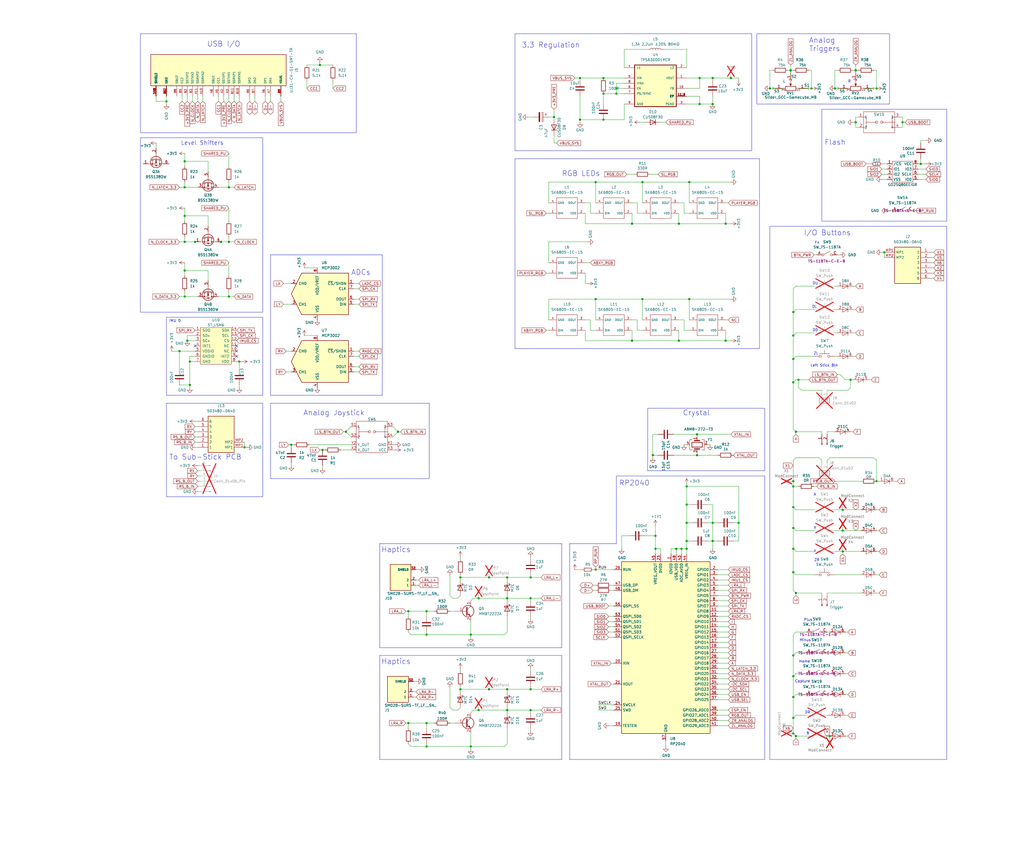
<source format=kicad_sch>
(kicad_sch (version 20231120) (generator "eeschema") (generator_version "8.0")
  (paper "User" 500 420)
  (title_block (title "GC Ultimate R4K") (date "2024-09-24") (company "Hand Held Legend, LLC"))
  (junction (at 389.89 185.42))
  (junction (at 247.65 281.94))
  (junction (at 90.17 144.78))
  (junction (at 354.33 166.37))
  (junction (at 119.38 218.44))
  (junction (at 335.28 264.16))
  (junction (at 388.62 359.41))
  (junction (at 90.17 105.41))
  (junction (at 417.83 34.29))
  (junction (at 313.69 88.9))
  (junction (at 387.35 234.95))
  (junction (at 417.83 59.69))
  (junction (at 335.28 237.49))
  (junction (at 259.08 336.55))
  (junction (at 407.67 43.18))
  (junction (at 387.35 340.36))
  (junction (at 90.17 91.44))
  (junction (at 427.99 234.95))
  (junction (at 387.35 247.65))
  (junction (at 283.21 38.1))
  (junction (at 199.39 353.06))
  (junction (at 387.35 279.4))
  (junction (at 90.17 78.74))
  (junction (at 335.28 246.38))
  (junction (at 332.74 267.97))
  (junction (at 356.87 38.1))
  (junction (at 111.76 91.44))
  (junction (at 375.92 43.18))
  (junction (at 347.98 255.27))
  (junction (at 290.83 278.13))
  (junction (at 449.58 80.01))
  (junction (at 294.64 38.1))
  (junction (at 107.95 118.11))
  (junction (at 91.44 166.37))
  (junction (at 411.48 248.92))
  (junction (at 340.36 212.09))
  (junction (at 92.71 176.53))
  (junction (at 387.35 175.26))
  (junction (at 440.69 59.69))
  (junction (at 208.28 309.88))
  (junction (at 335.28 255.27))
  (junction (at 229.87 364.49))
  (junction (at 313.69 146.05))
  (junction (at 81.28 49.53))
  (junction (at 340.36 222.25))
  (junction (at 308.61 109.22))
  (junction (at 92.71 187.96))
  (junction (at 283.21 58.42))
  (junction (at 199.39 298.45))
  (junction (at 341.63 38.1))
  (junction (at 388.62 210.82))
  (junction (at 411.48 269.24))
  (junction (at 330.2 267.97))
  (junction (at 300.99 43.18))
  (junction (at 388.62 289.56))
  (junction (at 259.08 346.71))
  (junction (at 142.24 217.17))
  (junction (at 270.51 57.15))
  (junction (at 335.28 267.97))
  (junction (at 347.98 50.8))
  (junction (at 233.68 292.1))
  (junction (at 318.77 222.25))
  (junction (at 387.35 163.83))
  (junction (at 156.21 31.75))
  (junction (at 95.25 118.11))
  (junction (at 387.35 237.49))
  (junction (at 415.29 185.42))
  (junction (at 294.64 58.42))
  (junction (at 387.35 358.14))
  (junction (at 320.04 261.62))
  (junction (at 336.55 88.9))
  (junction (at 336.55 146.05))
  (junction (at 259.08 292.1))
  (junction (at 290.83 88.9))
  (junction (at 208.28 298.45))
  (junction (at 405.13 359.41))
  (junction (at 259.08 281.94))
  (junction (at 431.8 123.19))
  (junction (at 90.17 118.11))
  (junction (at 111.76 144.78))
  (junction (at 308.61 166.37))
  (junction (at 294.64 45.72))
  (junction (at 347.98 264.16))
  (junction (at 347.98 38.1))
  (junction (at 116.84 176.53))
  (junction (at 208.28 353.06))
  (junction (at 387.35 257.81))
  (junction (at 331.47 109.22))
  (junction (at 354.33 109.22))
  (junction (at 387.35 330.2))
  (junction (at 247.65 346.71))
  (junction (at 331.47 166.37))
  (junction (at 387.35 186.69))
  (junction (at 427.99 43.18))
  (junction (at 238.76 336.55))
  (junction (at 157.48 219.71))
  (junction (at 247.65 336.55))
  (junction (at 238.76 281.94))
  (junction (at 168.91 210.82))
  (junction (at 320.04 267.97))
  (junction (at 387.35 267.97))
  (junction (at 386.08 34.29))
  (junction (at 224.79 281.94))
  (junction (at 233.68 346.71))
  (junction (at 87.63 171.45))
  (junction (at 90.17 132.08))
  (junction (at 111.76 118.11))
  (junction (at 387.35 152.4))
  (junction (at 194.31 210.82))
  (junction (at 208.28 364.49))
  (junction (at 341.63 50.8))
  (junction (at 411.48 259.08))
  (junction (at 387.35 350.52))
  (junction (at 300.99 45.72))
  (junction (at 396.24 43.18))
  (junction (at 360.68 255.27))
  (junction (at 290.83 146.05))
  (junction (at 247.65 292.1))
  (junction (at 229.87 309.88))
  (junction (at 224.79 336.55))
  (junction (at 387.35 320.04))
  (no_connect (at 95.25 168.91))
  (no_connect (at 115.57 168.91))
  (no_connect (at 115.57 171.45))
  (no_connect (at 115.57 173.99))
  (wire (pts (xy 124.46 46.99) (xy 124.46 49.53)))
  (wire (pts (xy 95.25 215.9) (xy 96.52 215.9)))
  (wire (pts (xy 397.51 124.46) (xy 398.78 124.46)))
  (wire (pts (xy 328.93 222.25) (xy 340.36 222.25)))
  (wire (pts (xy 335.28 264.16) (xy 337.82 264.16)))
  (wire (pts (xy 96.52 237.49) (xy 97.79 237.49)))
  (wire (pts (xy 388.62 248.92) (xy 387.35 247.65)))
  (wire (pts (xy 96.52 91.44) (xy 90.17 91.44)))
  (wire (pts (xy 388.62 359.41) (xy 393.7 359.41)))
  (wire (pts (xy 391.16 190.5) (xy 401.32 190.5)))
  (wire (pts (xy 87.63 91.44) (xy 90.17 91.44)))
  (wire (pts (xy 350.52 306.07) (xy 355.6 306.07)))
  (wire (pts (xy 247.65 345.44) (xy 247.65 346.71)))
  (wire (pts (xy 350.52 336.55) (xy 355.6 336.55)))
  (wire (pts (xy 389.89 189.23) (xy 391.16 190.5)))
  (wire (pts (xy 101.6 78.74) (xy 90.17 78.74)))
  (wire (pts (xy 283.21 58.42) (xy 294.64 58.42)))
  (wire (pts (xy 111.76 74.93) (xy 111.76 81.28)))
  (wire (pts (xy 388.62 259.08) (xy 387.35 257.81)))
  (wire (pts (xy 111.76 144.78) (xy 111.76 142.24)))
  (wire (pts (xy 336.55 146.05) (xy 336.55 156.21)))
  (wire (pts (xy 266.7 161.29) (xy 267.97 161.29)))
  (wire (pts (xy 388.62 185.42) (xy 387.35 186.69)))
  (wire (pts (xy 449.58 68.58) (xy 449.58 69.85)))
  (wire (pts (xy 414.02 308.61) (xy 412.75 308.61)))
  (wire (pts (xy 330.2 267.97) (xy 330.2 270.51)))
  (wire (pts (xy 345.44 246.38) (xy 347.98 246.38)))
  (wire (pts (xy 300.99 45.72) (xy 300.99 43.18)))
  (wire (pts (xy 350.52 331.47) (xy 355.6 331.47)))
  (wire (pts (xy 408.94 151.13) (xy 407.67 151.13)))
  (wire (pts (xy 350.52 280.67) (xy 355.6 280.67)))
  (wire (pts (xy 95.25 118.11) (xy 90.17 118.11)))
  (wire (pts (xy 115.57 176.53) (xy 116.84 176.53)))
  (wire (pts (xy 350.52 285.75) (xy 355.6 285.75)))
  (wire (pts (xy 95.25 208.28) (xy 96.52 208.28)))
  (polyline (pts (xy 462.28 107.95) (xy 401.32 107.95)))
  (wire (pts (xy 95.25 213.36) (xy 96.52 213.36)))
  (wire (pts (xy 350.52 288.29) (xy 355.6 288.29)))
  (wire (pts (xy 445.77 102.87) (xy 447.04 102.87)))
  (polyline (pts (xy 185.42 320.04) (xy 274.32 320.04)))
  (wire (pts (xy 199.39 298.45) (xy 199.39 300.99)))
  (wire (pts (xy 111.76 118.11) (xy 114.3 118.11)))
  (wire (pts (xy 91.44 163.83) (xy 91.44 166.37)))
  (wire (pts (xy 430.53 80.01) (xy 433.07 80.01)))
  (wire (pts (xy 311.15 161.29) (xy 313.69 161.29)))
  (wire (pts (xy 307.34 261.62) (xy 303.53 261.62)))
  (wire (pts (xy 350.52 295.91) (xy 355.6 295.91)))
  (wire (pts (xy 267.97 99.06) (xy 267.97 88.9)))
  (polyline (pts (xy 128.27 154.94) (xy 128.27 193.04)))
  (wire (pts (xy 388.62 162.56) (xy 387.35 163.83)))
  (wire (pts (xy 314.96 261.62) (xy 320.04 261.62)))
  (wire (pts (xy 271.78 69.85) (xy 270.51 69.85)))
  (wire (pts (xy 294.64 58.42) (xy 304.8 58.42)))
  (wire (pts (xy 191.77 208.28) (xy 194.31 210.82)))
  (wire (pts (xy 330.2 267.97) (xy 332.74 267.97)))
  (polyline (pts (xy 132.08 124.46) (xy 186.69 124.46)))
  (wire (pts (xy 405.13 349.25) (xy 403.86 349.25)))
  (wire (pts (xy 323.85 24.13) (xy 335.28 24.13)))
  (wire (pts (xy 95.25 210.82) (xy 96.52 210.82)))
  (wire (pts (xy 387.35 140.97) (xy 388.62 139.7)))
  (wire (pts (xy 257.81 57.15) (xy 260.35 57.15)))
  (wire (pts (xy 417.83 34.29) (xy 419.1 34.29)))
  (wire (pts (xy 96.52 227.33) (xy 97.79 227.33)))
  (wire (pts (xy 332.74 267.97) (xy 335.28 267.97)))
  (wire (pts (xy 247.65 363.22) (xy 246.38 364.49)))
  (wire (pts (xy 386.08 34.29) (xy 387.35 34.29)))
  (wire (pts (xy 388.62 210.82) (xy 387.35 209.55)))
  (wire (pts (xy 224.79 280.67) (xy 224.79 281.94)))
  (wire (pts (xy 455.93 135.89) (xy 454.66 135.89)))
  (wire (pts (xy 314.96 59.69) (xy 312.42 59.69)))
  (wire (pts (xy 388.62 359.41) (xy 388.62 360.68)))
  (wire (pts (xy 412.75 185.42) (xy 415.29 185.42)))
  (wire (pts (xy 350.52 339.09) (xy 355.6 339.09)))
  (wire (pts (xy 116.84 187.96) (xy 116.84 189.23)))
  (wire (pts (xy 350.52 341.63) (xy 355.6 341.63)))
  (polyline (pts (xy 370.84 77.47) (xy 370.84 170.18)))
  (wire (pts (xy 408.94 124.46) (xy 410.21 124.46)))
  (wire (pts (xy 360.68 255.27) (xy 360.68 264.16)))
  (wire (pts (xy 335.28 50.8) (xy 341.63 50.8)))
  (wire (pts (xy 229.87 309.88) (xy 246.38 309.88)))
  (wire (pts (xy 407.67 234.95) (xy 420.37 234.95)))
  (wire (pts (xy 388.62 151.13) (xy 387.35 152.4)))
  (wire (pts (xy 208.28 308.61) (xy 208.28 309.88)))
  (wire (pts (xy 403.86 210.82) (xy 407.67 210.82)))
  (polyline (pts (xy 274.32 265.43) (xy 274.32 316.23)))
  (polyline (pts (xy 128.27 193.04) (xy 81.28 193.04)))
  (wire (pts (xy 219.71 353.06) (xy 222.25 353.06)))
  (wire (pts (xy 288.29 156.21) (xy 288.29 161.29)))
  (polyline (pts (xy 278.13 265.43) (xy 300.99 265.43)))
  (wire (pts (xy 148.59 130.81) (xy 154.94 130.81)))
  (wire (pts (xy 111.76 118.11) (xy 111.76 115.57)))
  (wire (pts (xy 96.52 229.87) (xy 97.79 229.87)))
  (wire (pts (xy 229.87 364.49) (xy 229.87 365.76)))
  (polyline (pts (xy 81.28 154.94) (xy 81.28 193.04)))
  (wire (pts (xy 224.79 336.55) (xy 238.76 336.55)))
  (wire (pts (xy 297.18 311.15) (xy 299.72 311.15)))
  (wire (pts (xy 285.75 109.22) (xy 285.75 104.14)))
  (wire (pts (xy 229.87 293.37) (xy 231.14 292.1)))
  (wire (pts (xy 421.64 43.18) (xy 427.99 43.18)))
  (wire (pts (xy 386.08 34.29) (xy 384.81 34.29)))
  (wire (pts (xy 259.08 346.71) (xy 259.08 347.98)))
  (wire (pts (xy 427.99 43.18) (xy 427.99 34.29)))
  (wire (pts (xy 387.35 186.69) (xy 387.35 175.26)))
  (wire (pts (xy 219.71 335.28) (xy 219.71 345.44)))
  (wire (pts (xy 229.87 358.14) (xy 229.87 364.49)))
  (wire (pts (xy 387.35 237.49) (xy 387.35 247.65)))
  (wire (pts (xy 95.25 205.74) (xy 96.52 205.74)))
  (wire (pts (xy 375.92 34.29) (xy 377.19 34.29)))
  (wire (pts (xy 87.63 180.34) (xy 87.63 171.45)))
  (wire (pts (xy 396.24 34.29) (xy 394.97 34.29)))
  (wire (pts (xy 106.68 91.44) (xy 111.76 91.44)))
  (wire (pts (xy 91.44 166.37) (xy 95.25 166.37)))
  (wire (pts (xy 283.21 59.69) (xy 283.21 58.42)))
  (wire (pts (xy 96.52 240.03) (xy 97.79 240.03)))
  (wire (pts (xy 448.31 82.55) (xy 452.12 82.55)))
  (wire (pts (xy 247.65 336.55) (xy 259.08 336.55)))
  (wire (pts (xy 139.7 171.45) (xy 142.24 171.45)))
  (wire (pts (xy 411.48 269.24) (xy 420.37 269.24)))
  (wire (pts (xy 448.31 87.63) (xy 452.12 87.63)))
  (wire (pts (xy 247.65 300.99) (xy 247.65 308.61)))
  (wire (pts (xy 90.17 78.74) (xy 90.17 81.28)))
  (polyline (pts (xy 373.38 232.41) (xy 300.99 232.41)))
  (wire (pts (xy 306.07 85.09) (xy 309.88 85.09)))
  (wire (pts (xy 107.95 118.11) (xy 111.76 118.11)))
  (wire (pts (xy 156.21 31.75) (xy 156.21 30.48)))
  (wire (pts (xy 417.83 139.7) (xy 416.56 139.7)))
  (wire (pts (xy 143.51 217.17) (xy 142.24 217.17)))
  (wire (pts (xy 90.17 128.27) (xy 90.17 132.08)))
  (wire (pts (xy 91.44 46.99) (xy 91.44 49.53)))
  (wire (pts (xy 388.62 269.24) (xy 387.35 267.97)))
  (wire (pts (xy 201.93 337.82) (xy 203.2 337.82)))
  (wire (pts (xy 401.32 210.82) (xy 401.32 212.09)))
  (wire (pts (xy 335.28 236.22) (xy 335.28 237.49)))
  (wire (pts (xy 417.83 173.99) (xy 416.56 173.99)))
  (wire (pts (xy 340.36 220.98) (xy 340.36 222.25)))
  (wire (pts (xy 347.98 255.27) (xy 347.98 264.16)))
  (wire (pts (xy 288.29 161.29) (xy 290.83 161.29)))
  (wire (pts (xy 138.43 148.59) (xy 142.24 148.59)))
  (wire (pts (xy 92.71 173.99) (xy 92.71 176.53)))
  (wire (pts (xy 403.86 289.56) (xy 403.86 290.83)))
  (polyline (pts (xy 274.32 316.23) (xy 185.42 316.23)))
  (wire (pts (xy 167.64 210.82) (xy 168.91 210.82)))
  (wire (pts (xy 407.67 280.67) (xy 420.37 280.67)))
  (wire (pts (xy 416.56 185.42) (xy 415.29 185.42)))
  (wire (pts (xy 111.76 128.27) (xy 111.76 134.62)))
  (wire (pts (xy 259.08 271.78) (xy 259.08 273.05)))
  (wire (pts (xy 208.28 353.06) (xy 212.09 353.06)))
  (wire (pts (xy 448.31 85.09) (xy 452.12 85.09)))
  (wire (pts (xy 350.52 311.15) (xy 355.6 311.15)))
  (wire (pts (xy 425.45 185.42) (xy 424.18 185.42)))
  (wire (pts (xy 285.75 156.21) (xy 288.29 156.21)))
  (wire (pts (xy 350.52 351.79) (xy 355.6 351.79)))
  (wire (pts (xy 350.52 278.13) (xy 355.6 278.13)))
  (polyline (pts (xy 373.38 228.6) (xy 373.38 229.87)))
  (wire (pts (xy 114.3 46.99) (xy 114.3 49.53)))
  (wire (pts (xy 360.68 237.49) (xy 360.68 255.27)))
  (wire (pts (xy 204.47 278.13) (xy 203.2 278.13)))
  (polyline (pts (xy 316.23 199.39) (xy 316.23 229.87)))
  (wire (pts (xy 172.72 148.59) (xy 175.26 148.59)))
  (wire (pts (xy 297.18 354.33) (xy 299.72 354.33)))
  (wire (pts (xy 297.18 308.61) (xy 299.72 308.61)))
  (wire (pts (xy 387.35 247.65) (xy 387.35 257.81)))
  (wire (pts (xy 311.15 99.06) (xy 311.15 104.14)))
  (wire (pts (xy 92.71 176.53) (xy 95.25 176.53)))
  (wire (pts (xy 313.69 146.05) (xy 336.55 146.05)))
  (wire (pts (xy 289.56 278.13) (xy 290.83 278.13)))
  (wire (pts (xy 427.99 289.56) (xy 429.26 289.56)))
  (wire (pts (xy 157.48 219.71) (xy 156.21 219.71)))
  (wire (pts (xy 320.04 256.54) (xy 320.04 261.62)))
  (wire (pts (xy 389.89 185.42) (xy 389.89 189.23)))
  (wire (pts (xy 299.72 344.17) (xy 292.1 344.17)))
  (wire (pts (xy 336.55 88.9) (xy 356.87 88.9)))
  (wire (pts (xy 335.28 264.16) (xy 335.28 267.97)))
  (wire (pts (xy 350.52 328.93) (xy 355.6 328.93)))
  (wire (pts (xy 356.87 38.1) (xy 360.68 38.1)))
  (wire (pts (xy 335.28 255.27) (xy 335.28 264.16)))
  (wire (pts (xy 439.42 57.15) (xy 440.69 57.15)))
  (wire (pts (xy 76.2 69.85) (xy 76.2 72.39)))
  (wire (pts (xy 285.75 138.43) (xy 285.75 133.35)))
  (wire (pts (xy 327.66 267.97) (xy 330.2 267.97)))
  (wire (pts (xy 318.77 222.25) (xy 318.77 223.52)))
  (wire (pts (xy 229.87 309.88) (xy 229.87 311.15)))
  (wire (pts (xy 455.93 130.81) (xy 454.66 130.81)))
  (wire (pts (xy 96.52 144.78) (xy 90.17 144.78)))
  (wire (pts (xy 166.37 219.71) (xy 171.45 219.71)))
  (wire (pts (xy 386.08 31.75) (xy 386.08 34.29)))
  (wire (pts (xy 388.62 328.93) (xy 387.35 330.2)))
  (wire (pts (xy 320.04 261.62) (xy 320.04 267.97)))
  (wire (pts (xy 427.99 269.24) (xy 429.26 269.24)))
  (wire (pts (xy 204.47 283.21) (xy 203.2 283.21)))
  (wire (pts (xy 137.16 46.99) (xy 137.16 49.53)))
  (wire (pts (xy 88.9 46.99) (xy 88.9 49.53)))
  (wire (pts (xy 417.83 34.29) (xy 416.56 34.29)))
  (wire (pts (xy 350.52 308.61) (xy 355.6 308.61)))
  (wire (pts (xy 408.94 182.88) (xy 410.21 182.88)))
  (wire (pts (xy 224.79 271.78) (xy 224.79 273.05)))
  (wire (pts (xy 397.51 151.13) (xy 388.62 151.13)))
  (wire (pts (xy 231.14 346.71) (xy 233.68 346.71)))
  (wire (pts (xy 116.84 176.53) (xy 118.11 176.53)))
  (polyline (pts (xy 185.42 265.43) (xy 274.32 265.43)))
  (wire (pts (xy 387.35 237.49) (xy 389.89 237.49)))
  (wire (pts (xy 194.31 210.82) (xy 195.58 210.82)))
  (wire (pts (xy 387.35 358.14) (xy 388.62 359.41)))
  (wire (pts (xy 427.99 224.79) (xy 427.99 234.95)))
  (wire (pts (xy 283.21 38.1) (xy 294.64 38.1)))
  (wire (pts (xy 259.08 292.1) (xy 259.08 293.37)))
  (wire (pts (xy 294.64 38.1) (xy 304.8 38.1)))
  (wire (pts (xy 347.98 38.1) (xy 347.98 39.37)))
  (wire (pts (xy 396.24 43.18) (xy 389.89 43.18)))
  (wire (pts (xy 267.97 118.11) (xy 287.02 118.11)))
  (wire (pts (xy 388.62 223.52) (xy 387.35 224.79)))
  (wire (pts (xy 397.51 162.56) (xy 388.62 162.56)))
  (wire (pts (xy 331.47 166.37) (xy 331.47 161.29)))
  (wire (pts (xy 259.08 292.1) (xy 264.16 292.1)))
  (wire (pts (xy 208.28 298.45) (xy 208.28 300.99)))
  (wire (pts (xy 308.61 156.21) (xy 311.15 156.21)))
  (wire (pts (xy 208.28 353.06) (xy 208.28 355.6)))
  (wire (pts (xy 430.53 82.55) (xy 433.07 82.55)))
  (polyline (pts (xy 185.42 283.21) (xy 185.42 316.23)))
  (wire (pts (xy 101.6 137.16) (xy 101.6 132.08)))
  (wire (pts (xy 414.02 318.77) (xy 412.75 318.77)))
  (wire (pts (xy 151.13 217.17) (xy 171.45 217.17)))
  (wire (pts (xy 426.72 223.52) (xy 427.99 224.79)))
  (polyline (pts (xy 274.32 370.84) (xy 185.42 370.84)))
  (wire (pts (xy 87.63 118.11) (xy 90.17 118.11)))
  (wire (pts (xy 290.83 276.86) (xy 290.83 278.13)))
  (wire (pts (xy 350.52 346.71) (xy 355.6 346.71)))
  (wire (pts (xy 360.68 264.16) (xy 358.14 264.16)))
  (wire (pts (xy 259.08 280.67) (xy 259.08 281.94)))
  (wire (pts (xy 172.72 173.99) (xy 175.26 173.99)))
  (wire (pts (xy 350.52 303.53) (xy 355.6 303.53)))
  (wire (pts (xy 417.83 31.75) (xy 417.83 34.29)))
  (wire (pts (xy 297.18 303.53) (xy 299.72 303.53)))
  (wire (pts (xy 259.08 326.39) (xy 259.08 327.66)))
  (wire (pts (xy 407.67 34.29) (xy 408.94 34.29)))
  (wire (pts (xy 387.35 340.36) (xy 387.35 350.52)))
  (wire (pts (xy 111.76 46.99) (xy 111.76 49.53)))
  (wire (pts (xy 335.28 255.27) (xy 337.82 255.27)))
  (wire (pts (xy 109.22 46.99) (xy 109.22 49.53)))
  (wire (pts (xy 247.65 346.71) (xy 247.65 347.98)))
  (wire (pts (xy 354.33 109.22) (xy 354.33 104.14)))
  (wire (pts (xy 397.51 269.24) (xy 388.62 269.24)))
  (wire (pts (xy 336.55 88.9) (xy 336.55 99.06)))
  (wire (pts (xy 231.14 292.1) (xy 233.68 292.1)))
  (wire (pts (xy 411.48 259.08) (xy 407.67 259.08)))
  (wire (pts (xy 111.76 91.44) (xy 114.3 91.44)))
  (wire (pts (xy 119.38 218.44) (xy 120.65 218.44)))
  (wire (pts (xy 410.21 182.88) (xy 412.75 185.42)))
  (polyline (pts (xy 462.28 53.34) (xy 462.28 107.95)))
  (wire (pts (xy 417.83 62.23) (xy 419.1 62.23)))
  (wire (pts (xy 95.25 218.44) (xy 96.52 218.44)))
  (wire (pts (xy 294.64 45.72) (xy 294.64 50.8)))
  (wire (pts (xy 405.13 359.41) (xy 403.86 359.41)))
  (wire (pts (xy 356.87 166.37) (xy 354.33 166.37)))
  (wire (pts (xy 405.13 328.93) (xy 403.86 328.93)))
  (wire (pts (xy 332.74 267.97) (xy 332.74 270.51)))
  (wire (pts (xy 92.71 189.23) (xy 92.71 187.96)))
  (wire (pts (xy 199.39 353.06) (xy 199.39 355.6)))
  (wire (pts (xy 327.66 270.51) (xy 327.66 267.97)))
  (polyline (pts (xy 68.58 67.31) (xy 68.58 152.4)))
  (wire (pts (xy 129.54 46.99) (xy 129.54 49.53)))
  (wire (pts (xy 162.56 39.37) (xy 162.56 43.18)))
  (wire (pts (xy 449.58 77.47) (xy 449.58 80.01)))
  (wire (pts (xy 431.8 123.19) (xy 430.53 123.19)))
  (wire (pts (xy 121.92 46.99) (xy 121.92 49.53)))
  (wire (pts (xy 388.62 280.67) (xy 387.35 279.4)))
  (wire (pts (xy 308.61 166.37) (xy 308.61 161.29)))
  (wire (pts (xy 90.17 74.93) (xy 90.17 78.74)))
  (wire (pts (xy 387.35 309.88) (xy 387.35 320.04)))
  (wire (pts (xy 401.32 289.56) (xy 401.32 290.83)))
  (wire (pts (xy 321.31 212.09) (xy 318.77 212.09)))
  (wire (pts (xy 267.97 57.15) (xy 270.51 57.15)))
  (wire (pts (xy 393.7 308.61) (xy 388.62 308.61)))
  (wire (pts (xy 397.51 248.92) (xy 388.62 248.92)))
  (wire (pts (xy 191.77 213.36) (xy 194.31 210.82)))
  (wire (pts (xy 405.13 318.77) (xy 403.86 318.77)))
  (wire (pts (xy 387.35 257.81) (xy 387.35 267.97)))
  (wire (pts (xy 397.51 173.99) (xy 388.62 173.99)))
  (wire (pts (xy 440.69 59.69) (xy 441.96 59.69)))
  (wire (pts (xy 340.36 213.36) (xy 340.36 212.09)))
  (wire (pts (xy 224.79 281.94) (xy 238.76 281.94)))
  (wire (pts (xy 439.42 62.23) (xy 440.69 62.23)))
  (polyline (pts (xy 186.69 124.46) (xy 186.69 193.04)))
  (wire (pts (xy 259.08 281.94) (xy 264.16 281.94)))
  (wire (pts (xy 191.77 219.71) (xy 193.04 219.71)))
  (wire (pts (xy 388.62 308.61) (xy 387.35 309.88)))
  (wire (pts (xy 313.69 88.9) (xy 336.55 88.9)))
  (polyline (pts (xy 128.27 67.31) (xy 128.27 152.4)))
  (wire (pts (xy 220.98 292.1) (xy 219.71 290.83)))
  (wire (pts (xy 354.33 156.21) (xy 355.6 156.21)))
  (wire (pts (xy 335.28 237.49) (xy 335.28 246.38)))
  (wire (pts (xy 325.12 361.95) (xy 325.12 364.49)))
  (wire (pts (xy 308.61 109.22) (xy 308.61 104.14)))
  (wire (pts (xy 354.33 109.22) (xy 331.47 109.22)))
  (wire (pts (xy 304.8 45.72) (xy 300.99 45.72)))
  (wire (pts (xy 449.58 68.58) (xy 452.12 68.58)))
  (wire (pts (xy 347.98 38.1) (xy 356.87 38.1)))
  (wire (pts (xy 280.67 38.1) (xy 283.21 38.1)))
  (wire (pts (xy 417.83 59.69) (xy 417.83 62.23)))
  (wire (pts (xy 388.62 349.25) (xy 387.35 350.52)))
  (wire (pts (xy 283.21 39.37) (xy 283.21 38.1)))
  (wire (pts (xy 350.52 326.39) (xy 355.6 326.39)))
  (wire (pts (xy 229.87 303.53) (xy 229.87 309.88)))
  (wire (pts (xy 90.17 105.41) (xy 90.17 107.95)))
  (wire (pts (xy 90.17 118.11) (xy 90.17 115.57)))
  (wire (pts (xy 290.83 288.29) (xy 289.56 288.29)))
  (wire (pts (xy 335.28 246.38) (xy 335.28 255.27)))
  (wire (pts (xy 388.62 210.82) (xy 388.62 212.09)))
  (polyline (pts (xy 186.69 193.04) (xy 132.08 193.04)))
  (wire (pts (xy 299.72 285.75) (xy 298.45 285.75)))
  (wire (pts (xy 335.28 38.1) (xy 341.63 38.1)))
  (wire (pts (xy 299.72 288.29) (xy 298.45 288.29)))
  (wire (pts (xy 204.47 285.75) (xy 203.2 285.75)))
  (wire (pts (xy 407.67 162.56) (xy 408.94 162.56)))
  (wire (pts (xy 414.02 190.5) (xy 415.29 189.23)))
  (wire (pts (xy 388.62 289.56) (xy 387.35 288.29)))
  (wire (pts (xy 455.93 133.35) (xy 454.66 133.35)))
  (wire (pts (xy 208.28 309.88) (xy 229.87 309.88)))
  (wire (pts (xy 417.83 57.15) (xy 417.83 59.69)))
  (wire (pts (xy 171.45 213.36) (xy 168.91 210.82)))
  (wire (pts (xy 341.63 43.18) (xy 341.63 38.1)))
  (wire (pts (xy 347.98 246.38) (xy 347.98 255.27)))
  (wire (pts (xy 259.08 355.6) (xy 259.08 356.87)))
  (wire (pts (xy 220.98 292.1) (xy 223.52 292.1)))
  (wire (pts (xy 340.36 212.09) (xy 356.87 212.09)))
  (wire (pts (xy 336.55 146.05) (xy 356.87 146.05)))
  (wire (pts (xy 388.62 173.99) (xy 387.35 175.26)))
  (wire (pts (xy 267.97 146.05) (xy 290.83 146.05)))
  (wire (pts (xy 285.75 138.43) (xy 287.02 138.43)))
  (wire (pts (xy 101.6 132.08) (xy 90.17 132.08)))
  (wire (pts (xy 320.04 267.97) (xy 322.58 267.97)))
  (wire (pts (xy 313.69 88.9) (xy 313.69 99.06)))
  (wire (pts (xy 350.52 298.45) (xy 355.6 298.45)))
  (polyline (pts (xy 353.06 229.87) (xy 373.38 229.87)))
  (wire (pts (xy 454.66 128.27) (xy 455.93 128.27)))
  (wire (pts (xy 247.65 281.94) (xy 247.65 283.21)))
  (wire (pts (xy 285.75 166.37) (xy 285.75 161.29)))
  (wire (pts (xy 142.24 226.06) (xy 142.24 227.33)))
  (wire (pts (xy 199.39 363.22) (xy 200.66 364.49)))
  (wire (pts (xy 106.68 144.78) (xy 111.76 144.78)))
  (wire (pts (xy 285.75 128.27) (xy 288.29 128.27)))
  (wire (pts (xy 350.52 321.31) (xy 355.6 321.31)))
  (wire (pts (xy 267.97 156.21) (xy 267.97 146.05)))
  (wire (pts (xy 387.35 279.4) (xy 387.35 288.29)))
  (polyline (pts (xy 316.23 199.39) (xy 373.38 199.39)))
  (wire (pts (xy 335.28 43.18) (xy 341.63 43.18)))
  (wire (pts (xy 199.39 353.06) (xy 208.28 353.06)))
  (wire (pts (xy 403.86 210.82) (xy 403.86 212.09)))
  (wire (pts (xy 157.48 228.6) (xy 157.48 227.33)))
  (wire (pts (xy 414.02 339.09) (xy 412.75 339.09)))
  (wire (pts (xy 403.86 289.56) (xy 420.37 289.56)))
  (wire (pts (xy 350.52 318.77) (xy 355.6 318.77)))
  (wire (pts (xy 407.67 269.24) (xy 411.48 269.24)))
  (wire (pts (xy 350.52 354.33) (xy 355.6 354.33)))
  (wire (pts (xy 405.13 223.52) (xy 403.86 224.79)))
  (wire (pts (xy 220.98 346.71) (xy 219.71 345.44)))
  (wire (pts (xy 304.8 24.13) (xy 316.23 24.13)))
  (wire (pts (xy 224.79 335.28) (xy 224.79 336.55)))
  (polyline (pts (xy 81.28 154.94) (xy 128.27 154.94)))
  (wire (pts (xy 224.79 281.94) (xy 224.79 283.21)))
  (wire (pts (xy 304.8 33.02) (xy 304.8 24.13)))
  (wire (pts (xy 297.18 306.07) (xy 299.72 306.07)))
  (wire (pts (xy 414.02 328.93) (xy 412.75 328.93)))
  (wire (pts (xy 397.51 237.49) (xy 398.78 237.49)))
  (wire (pts (xy 311.15 156.21) (xy 311.15 161.29)))
  (wire (pts (xy 219.71 280.67) (xy 219.71 290.83)))
  (wire (pts (xy 334.01 161.29) (xy 336.55 161.29)))
  (wire (pts (xy 111.76 101.6) (xy 111.76 107.95)))
  (wire (pts (xy 387.35 152.4) (xy 387.35 140.97)))
  (wire (pts (xy 350.52 300.99) (xy 355.6 300.99)))
  (wire (pts (xy 106.68 118.11) (xy 107.95 118.11)))
  (wire (pts (xy 290.83 146.05) (xy 290.83 156.21)))
  (wire (pts (xy 266.7 104.14) (xy 267.97 104.14)))
  (wire (pts (xy 247.65 290.83) (xy 247.65 292.1)))
  (wire (pts (xy 283.21 46.99) (xy 283.21 58.42)))
  (wire (pts (xy 388.62 318.77) (xy 387.35 320.04)))
  (wire (pts (xy 350.52 323.85) (xy 355.6 323.85)))
  (wire (pts (xy 448.31 80.01) (xy 449.58 80.01)))
  (wire (pts (xy 313.69 146.05) (xy 313.69 156.21)))
  (wire (pts (xy 270.51 57.15) (xy 270.51 58.42)))
  (wire (pts (xy 208.28 298.45) (xy 212.09 298.45)))
  (wire (pts (xy 132.08 46.99) (xy 132.08 49.53)))
  (wire (pts (xy 156.21 31.75) (xy 162.56 31.75)))
  (wire (pts (xy 405.13 339.09) (xy 403.86 339.09)))
  (wire (pts (xy 393.7 328.93) (xy 388.62 328.93)))
  (wire (pts (xy 290.83 88.9) (xy 313.69 88.9)))
  (wire (pts (xy 99.06 46.99) (xy 99.06 49.53)))
  (wire (pts (xy 200.66 309.88) (xy 208.28 309.88)))
  (wire (pts (xy 397.51 280.67) (xy 388.62 280.67)))
  (wire (pts (xy 360.68 38.1) (xy 360.68 39.37)))
  (wire (pts (xy 350.52 334.01) (xy 355.6 334.01)))
  (wire (pts (xy 96.52 234.95) (xy 97.79 234.95)))
  (wire (pts (xy 331.47 109.22) (xy 308.61 109.22)))
  (polyline (pts (xy 128.27 152.4) (xy 68.58 152.4)))
  (wire (pts (xy 325.12 59.69) (xy 322.58 59.69)))
  (wire (pts (xy 81.28 46.99) (xy 81.28 49.53)))
  (wire (pts (xy 199.39 308.61) (xy 200.66 309.88)))
  (wire (pts (xy 416.56 210.82) (xy 415.29 210.82)))
  (wire (pts (xy 233.68 292.1) (xy 247.65 292.1)))
  (wire (pts (xy 387.35 224.79) (xy 387.35 234.95)))
  (wire (pts (xy 328.93 212.09) (xy 340.36 212.09)))
  (wire (pts (xy 116.84 176.53) (xy 116.84 180.34)))
  (wire (pts (xy 335.28 46.99) (xy 341.63 46.99)))
  (wire (pts (xy 308.61 99.06) (xy 311.15 99.06)))
  (wire (pts (xy 76.2 46.99) (xy 76.2 49.53)))
  (wire (pts (xy 320.04 267.97) (xy 320.04 270.51)))
  (wire (pts (xy 422.91 80.01) (xy 425.45 80.01)))
  (wire (pts (xy 92.71 173.99) (xy 95.25 173.99)))
  (wire (pts (xy 387.35 330.2) (xy 387.35 340.36)))
  (wire (pts (xy 172.72 181.61) (xy 175.26 181.61)))
  (wire (pts (xy 331.47 99.06) (xy 334.01 99.06)))
  (polyline (pts (xy 185.42 337.82) (xy 185.42 370.84)))
  (wire (pts (xy 191.77 217.17) (xy 193.04 217.17)))
  (wire (pts (xy 396.24 34.29) (xy 396.24 43.18)))
  (wire (pts (xy 347.98 255.27) (xy 350.52 255.27)))
  (wire (pts (xy 149.86 31.75) (xy 156.21 31.75)))
  (wire (pts (xy 387.35 350.52) (xy 387.35 358.14)))
  (wire (pts (xy 393.7 318.77) (xy 388.62 318.77)))
  (wire (pts (xy 354.33 99.06) (xy 355.6 99.06)))
  (wire (pts (xy 347.98 264.16) (xy 347.98 267.97)))
  (wire (pts (xy 304.8 43.18) (xy 300.99 43.18)))
  (wire (pts (xy 414.02 349.25) (xy 412.75 349.25)))
  (polyline (pts (xy 353.06 229.87) (xy 316.23 229.87)))
  (wire (pts (xy 417.83 162.56) (xy 416.56 162.56)))
  (wire (pts (xy 417.83 151.13) (xy 416.56 151.13)))
  (wire (pts (xy 198.12 298.45) (xy 199.39 298.45)))
  (wire (pts (xy 334.01 156.21) (xy 334.01 161.29)))
  (wire (pts (xy 267.97 128.27) (xy 267.97 118.11)))
  (wire (pts (xy 350.52 316.23) (xy 355.6 316.23)))
  (wire (pts (xy 408.94 139.7) (xy 407.67 139.7)))
  (wire (pts (xy 388.62 339.09) (xy 387.35 340.36)))
  (wire (pts (xy 340.36 222.25) (xy 350.52 222.25)))
  (wire (pts (xy 388.62 289.56) (xy 388.62 290.83)))
  (wire (pts (xy 414.02 359.41) (xy 412.75 359.41)))
  (wire (pts (xy 138.43 138.43) (xy 142.24 138.43)))
  (wire (pts (xy 440.69 57.15) (xy 440.69 59.69)))
  (wire (pts (xy 208.28 363.22) (xy 208.28 364.49)))
  (wire (pts (xy 96.52 232.41) (xy 97.79 232.41)))
  (wire (pts (xy 350.52 290.83) (xy 355.6 290.83)))
  (wire (pts (xy 224.79 290.83) (xy 223.52 292.1)))
  (wire (pts (xy 411.48 270.51) (xy 411.48 269.24)))
  (wire (pts (xy 401.32 289.56) (xy 388.62 289.56)))
  (wire (pts (xy 356.87 109.22) (xy 354.33 109.22)))
  (wire (pts (xy 298.45 323.85) (xy 299.72 323.85)))
  (wire (pts (xy 83.82 171.45) (xy 87.63 171.45)))
  (wire (pts (xy 304.8 40.64) (xy 300.99 40.64)))
  (polyline (pts (xy 300.99 232.41) (xy 300.99 265.43)))
  (wire (pts (xy 142.24 218.44) (xy 142.24 217.17)))
  (wire (pts (xy 172.72 171.45) (xy 175.26 171.45)))
  (wire (pts (xy 229.87 347.98) (xy 231.14 346.71)))
  (wire (pts (xy 87.63 144.78) (xy 90.17 144.78)))
  (wire (pts (xy 290.83 278.13) (xy 299.72 278.13)))
  (wire (pts (xy 299.72 346.71) (xy 292.1 346.71)))
  (wire (pts (xy 297.18 300.99) (xy 299.72 300.99)))
  (wire (pts (xy 321.31 222.25) (xy 318.77 222.25)))
  (polyline (pts (xy 278.13 370.84) (xy 373.38 370.84)))
  (wire (pts (xy 341.63 50.8) (xy 347.98 50.8)))
  (wire (pts (xy 290.83 285.75) (xy 289.56 285.75)))
  (wire (pts (xy 198.12 353.06) (xy 199.39 353.06)))
  (polyline (pts (xy 401.32 53.34) (xy 462.28 53.34)))
  (wire (pts (xy 350.52 349.25) (xy 355.6 349.25)))
  (wire (pts (xy 337.82 246.38) (xy 335.28 246.38)))
  (wire (pts (xy 247.65 292.1) (xy 259.08 292.1)))
  (wire (pts (xy 285.75 99.06) (xy 288.29 99.06)))
  (wire (pts (xy 345.44 255.27) (xy 347.98 255.27)))
  (wire (pts (xy 247.65 346.71) (xy 259.08 346.71)))
  (wire (pts (xy 247.65 281.94) (xy 259.08 281.94)))
  (polyline (pts (xy 373.38 199.39) (xy 373.38 228.6)))
  (polyline (pts (xy 278.13 265.43) (xy 278.13 370.84)))
  (wire (pts (xy 407.67 173.99) (xy 408.94 173.99)))
  (wire (pts (xy 311.15 104.14) (xy 313.69 104.14)))
  (wire (pts (xy 304.8 58.42) (xy 304.8 50.8)))
  (wire (pts (xy 87.63 171.45) (xy 95.25 171.45)))
  (wire (pts (xy 318.77 212.09) (xy 318.77 222.25)))
  (wire (pts (xy 334.01 104.14) (xy 336.55 104.14)))
  (wire (pts (xy 341.63 46.99) (xy 341.63 50.8)))
  (wire (pts (xy 420.37 248.92) (xy 411.48 248.92)))
  (wire (pts (xy 294.64 45.72) (xy 300.99 45.72)))
  (wire (pts (xy 87.63 187.96) (xy 92.71 187.96)))
  (wire (pts (xy 393.7 339.09) (xy 388.62 339.09)))
  (polyline (pts (xy 274.32 320.04) (xy 274.32 370.84)))
  (wire (pts (xy 219.71 298.45) (xy 222.25 298.45)))
  (wire (pts (xy 266.7 133.35) (xy 267.97 133.35)))
  (wire (pts (xy 93.98 46.99) (xy 93.98 49.53)))
  (wire (pts (xy 403.86 190.5) (xy 414.02 190.5)))
  (wire (pts (xy 405.13 223.52) (xy 426.72 223.52)))
  (wire (pts (xy 247.65 355.6) (xy 247.65 363.22)))
  (wire (pts (xy 427.99 34.29) (xy 426.72 34.29)))
  (wire (pts (xy 101.6 110.49) (xy 101.6 105.41)))
  (wire (pts (xy 387.35 186.69) (xy 387.35 209.55)))
  (wire (pts (xy 387.35 320.04) (xy 387.35 330.2)))
  (polyline (pts (xy 185.42 283.21) (xy 185.42 265.43)))
  (wire (pts (xy 411.48 248.92) (xy 407.67 248.92)))
  (wire (pts (xy 358.14 255.27) (xy 360.68 255.27)))
  (wire (pts (xy 354.33 166.37) (xy 354.33 161.29)))
  (polyline (pts (xy 132.08 124.46) (xy 132.08 193.04)))
  (wire (pts (xy 341.63 38.1) (xy 347.98 38.1)))
  (wire (pts (xy 238.76 281.94) (xy 247.65 281.94)))
  (wire (pts (xy 308.61 166.37) (xy 285.75 166.37)))
  (wire (pts (xy 440.69 59.69) (xy 440.69 62.23)))
  (wire (pts (xy 334.01 99.06) (xy 334.01 104.14)))
  (wire (pts (xy 347.98 46.99) (xy 347.98 50.8)))
  (wire (pts (xy 224.79 345.44) (xy 223.52 346.71)))
  (wire (pts (xy 415.29 185.42) (xy 415.29 189.23)))
  (wire (pts (xy 299.72 334.01) (xy 298.45 334.01)))
  (wire (pts (xy 401.32 224.79) (xy 401.32 226.06)))
  (wire (pts (xy 95.25 163.83) (xy 91.44 163.83)))
  (wire (pts (xy 401.32 210.82) (xy 388.62 210.82)))
  (wire (pts (xy 430.53 87.63) (xy 433.07 87.63)))
  (wire (pts (xy 90.17 132.08) (xy 90.17 134.62)))
  (wire (pts (xy 397.51 259.08) (xy 388.62 259.08)))
  (wire (pts (xy 449.58 80.01) (xy 452.12 80.01)))
  (wire (pts (xy 288.29 99.06) (xy 288.29 104.14)))
  (wire (pts (xy 90.17 101.6) (xy 90.17 105.41)))
  (wire (pts (xy 297.18 295.91) (xy 299.72 295.91)))
  (wire (pts (xy 270.51 53.34) (xy 270.51 57.15)))
  (wire (pts (xy 116.84 46.99) (xy 116.84 49.53)))
  (wire (pts (xy 171.45 208.28) (xy 168.91 210.82)))
  (wire (pts (xy 431.8 123.19) (xy 431.8 125.73)))
  (wire (pts (xy 259.08 335.28) (xy 259.08 336.55)))
  (polyline (pts (xy 401.32 53.34) (xy 401.32 107.95)))
  (wire (pts (xy 387.35 175.26) (xy 387.35 163.83)))
  (wire (pts (xy 290.83 146.05) (xy 313.69 146.05)))
  (wire (pts (xy 400.05 223.52) (xy 388.62 223.52)))
  (wire (pts (xy 238.76 336.55) (xy 247.65 336.55)))
  (wire (pts (xy 76.2 49.53) (xy 81.28 49.53)))
  (wire (pts (xy 247.65 292.1) (xy 247.65 293.37)))
  (wire (pts (xy 393.7 349.25) (xy 388.62 349.25)))
  (wire (pts (xy 101.6 83.82) (xy 101.6 78.74)))
  (wire (pts (xy 433.07 102.87) (xy 435.61 102.87)))
  (wire (pts (xy 401.32 224.79) (xy 400.05 223.52)))
  (wire (pts (xy 142.24 217.17) (xy 140.97 217.17)))
  (wire (pts (xy 420.37 259.08) (xy 411.48 259.08)))
  (wire (pts (xy 270.51 69.85) (xy 270.51 66.04)))
  (wire (pts (xy 119.38 215.9) (xy 119.38 218.44)))
  (wire (pts (xy 224.79 336.55) (xy 224.79 337.82)))
  (wire (pts (xy 389.89 185.42) (xy 388.62 185.42)))
  (wire (pts (xy 96.52 46.99) (xy 96.52 49.53)))
  (wire (pts (xy 172.72 138.43) (xy 175.26 138.43)))
  (wire (pts (xy 148.59 163.83) (xy 154.94 163.83)))
  (wire (pts (xy 375.92 43.18) (xy 375.92 34.29)))
  (wire (pts (xy 427.99 259.08) (xy 429.26 259.08)))
  (wire (pts (xy 414.02 43.18) (xy 407.67 43.18)))
  (wire (pts (xy 389.89 185.42) (xy 394.97 185.42)))
  (wire (pts (xy 290.83 88.9) (xy 290.83 99.06)))
  (wire (pts (xy 347.98 264.16) (xy 350.52 264.16)))
  (wire (pts (xy 208.28 364.49) (xy 229.87 364.49)))
  (wire (pts (xy 416.56 59.69) (xy 417.83 59.69)))
  (wire (pts (xy 322.58 267.97) (xy 322.58 270.51)))
  (wire (pts (xy 92.71 176.53) (xy 92.71 187.96)))
  (wire (pts (xy 360.68 237.49) (xy 335.28 237.49)))
  (wire (pts (xy 455.93 125.73) (xy 454.66 125.73)))
  (wire (pts (xy 387.35 234.95) (xy 387.35 237.49)))
  (wire (pts (xy 288.29 104.14) (xy 290.83 104.14)))
  (wire (pts (xy 388.62 139.7) (xy 397.51 139.7)))
  (polyline (pts (xy 251.46 77.47) (xy 370.84 77.47)))
  (wire (pts (xy 229.87 364.49) (xy 246.38 364.49)))
  (wire (pts (xy 403.86 224.79) (xy 403.86 226.06)))
  (wire (pts (xy 407.67 43.18) (xy 407.67 34.29)))
  (wire (pts (xy 335.28 24.13) (xy 335.28 33.02)))
  (wire (pts (xy 335.28 267.97) (xy 335.28 270.51)))
  (wire (pts (xy 331.47 166.37) (xy 308.61 166.37)))
  (wire (pts (xy 259.08 300.99) (xy 259.08 302.26)))
  (wire (pts (xy 81.28 49.53) (xy 81.28 50.8)))
  (wire (pts (xy 350.52 293.37) (xy 355.6 293.37)))
  (wire (pts (xy 247.65 308.61) (xy 246.38 309.88)))
  (wire (pts (xy 172.72 146.05) (xy 175.26 146.05)))
  (wire (pts (xy 350.52 313.69) (xy 355.6 313.69)))
  (wire (pts (xy 220.98 346.71) (xy 223.52 346.71)))
  (polyline (pts (xy 370.84 170.18) (xy 251.46 170.18)))
  (wire (pts (xy 347.98 264.16) (xy 345.44 264.16)))
  (wire (pts (xy 405.13 308.61) (xy 403.86 308.61)))
  (wire (pts (xy 350.52 283.21) (xy 355.6 283.21)))
  (wire (pts (xy 436.88 234.95) (xy 438.15 234.95)))
  (wire (pts (xy 201.93 340.36) (xy 203.2 340.36)))
  (wire (pts (xy 331.47 109.22) (xy 331.47 104.14)))
  (wire (pts (xy 280.67 278.13) (xy 284.48 278.13)))
  (polyline (pts (xy 68.58 67.31) (xy 128.27 67.31)))
  (wire (pts (xy 387.35 267.97) (xy 387.35 279.4)))
  (wire (pts (xy 382.27 43.18) (xy 375.92 43.18)))
  (wire (pts (xy 430.53 85.09) (xy 433.07 85.09)))
  (wire (pts (xy 158.75 219.71) (xy 157.48 219.71)))
  (wire (pts (xy 90.17 144.78) (xy 90.17 142.24)))
  (wire (pts (xy 172.72 179.07) (xy 175.26 179.07)))
  (wire (pts (xy 417.83 57.15) (xy 419.1 57.15)))
  (wire (pts (xy 317.5 85.09) (xy 321.31 85.09)))
  (polyline (pts (xy 373.38 370.84) (xy 373.38 232.41)))
  (polyline (pts (xy 185.42 337.82) (xy 185.42 320.04)))
  (wire (pts (xy 334.01 217.17) (xy 335.28 217.17)))
  (wire (pts (xy 345.44 217.17) (xy 346.71 217.17)))
  (wire (pts (xy 259.08 346.71) (xy 264.16 346.71)))
  (wire (pts (xy 455.93 123.19) (xy 454.66 123.19)))
  (wire (pts (xy 303.53 261.62) (xy 303.53 267.97)))
  (wire (pts (xy 172.72 140.97) (xy 175.26 140.97)))
  (wire (pts (xy 387.35 163.83) (xy 387.35 152.4)))
  (wire (pts (xy 111.76 144.78) (xy 114.3 144.78)))
  (wire (pts (xy 247.65 336.55) (xy 247.65 337.82)))
  (polyline (pts (xy 251.46 77.47) (xy 251.46 170.18)))
  (wire (pts (xy 200.66 364.49) (xy 208.28 364.49)))
  (wire (pts (xy 427.99 248.92) (xy 429.26 248.92)))
  (wire (pts (xy 354.33 166.37) (xy 331.47 166.37)))
  (wire (pts (xy 90.17 91.44) (xy 90.17 88.9)))
  (wire (pts (xy 106.68 46.99) (xy 106.68 49.53)))
  (wire (pts (xy 111.76 91.44) (xy 111.76 88.9)))
  (wire (pts (xy 300.99 43.18) (xy 300.99 40.64)))
  (wire (pts (xy 96.52 118.11) (xy 95.25 118.11)))
  (wire (pts (xy 199.39 298.45) (xy 208.28 298.45)))
  (wire (pts (xy 101.6 105.41) (xy 90.17 105.41)))
  (wire (pts (xy 427.99 234.95) (xy 429.26 234.95)))
  (wire (pts (xy 201.93 332.74) (xy 203.2 332.74)))
  (wire (pts (xy 233.68 346.71) (xy 247.65 346.71)))
  (wire (pts (xy 386.08 39.37) (xy 386.08 34.29)))
  (wire (pts (xy 259.08 336.55) (xy 264.16 336.55)))
  (wire (pts (xy 267.97 88.9) (xy 290.83 88.9)))
  (wire (pts (xy 149.86 39.37) (xy 149.86 43.18)))
  (wire (pts (xy 308.61 109.22) (xy 285.75 109.22)))
  (wire (pts (xy 417.83 39.37) (xy 417.83 34.29)))
  (wire (pts (xy 224.79 326.39) (xy 224.79 327.66)))
  (wire (pts (xy 139.7 181.61) (xy 142.24 181.61)))
  (wire (pts (xy 331.47 156.21) (xy 334.01 156.21)))
  (wire (pts (xy 427.99 280.67) (xy 429.26 280.67)))
  (rectangle (start 375.92 110.49) (end 462.28 370.84))
  (rectangle (start 251.46 16.51) (end 367.03 73.66))
  (rectangle (start 369.57 16.51) (end 434.34 50.8))
  (rectangle (start 68.58 16.51) (end 173.99 64.77))
  (rectangle (start 81.28 196.85) (end 128.27 242.57))
  (rectangle (start 132.08 196.85) (end 209.55 233.68))
  (text "A" (at 397.256 242.316 0) (effects (font (size 1.27 1.27)) (justify left bottom)))
  (text "DL" (at 396.494 150.622 0) (effects (font (size 1.27 1.27)) (justify left bottom)))
  (text "Left Stick Btn" (at 395.732 179.324 0) (effects (font (size 1.27 1.27)) (justify left bottom)))
  (text "To Sub-Stick PCB" (at 82.55 224.79 0) (effects (font (size 2.54 2.54)) (justify left bottom)))
  (text "Minus" (at 390.398 313.436 0) (effects (font (size 1.27 1.27)) (justify left bottom)))
  (text "DU" (at 396.748 139.192 0) (effects (font (size 1.27 1.27)) (justify left bottom)))
  (text "RP2040" (at 302.26 237.49 0) (effects (font (size 2.54 2.54)) (justify left bottom)))
  (text "Crystal" (at 333.375 203.2 0) (effects (font (size 2.54 2.54)) (justify left bottom)))
  (text "RGB LEDs" (at 274.32 86.36 0) (effects (font (size 2.54 2.54)) (justify left bottom)))
  (text "USB I/O" (at 101.092 23.114 0) (effects (font (size 2.54 2.54)) (justify left bottom)))
  (text "Fn" (at 397.764 119.38 0) (effects (font (size 1.27 1.27)) (justify left bottom)))
  (text "Plus" (at 392.43 303.53 0) (effects (font (size 1.27 1.27)) (justify left bottom)))
  (text "L" (at 382.27 40.64 0) (effects (font (size 1.27 1.27)) (justify left bottom)))
  (text "ADCs" (at 171.45 134.62 0) (effects (font (size 2.54 2.54)) (justify left bottom)))
  (text "Analog Joystick" (at 148.082 203.2 0) (effects (font (size 2.54 2.54)) (justify left bottom)))
  (text "Haptics\n" (at 186.182 270.002 0) (effects (font (size 2.54 2.54)) (justify left bottom)))
  (text "Haptics\n" (at 186.182 324.612 0) (effects (font (size 2.54 2.54)) (justify left bottom)))
  (text "Flash" (at 402.59 71.12 0) (effects (font (size 2.54 2.54)) (justify left bottom)))
  (text "B" (at 393.7 358.902 0) (effects (font (size 1.27 1.27)) (justify left bottom)))
  (text "ZR" (at 397.51 274.32 0) (effects (font (size 1.27 1.27)) (justify left bottom)))
  (text "DD" (at 396.748 162.052 0) (effects (font (size 1.27 1.27)) (justify left bottom)))
  (text "DR" (at 392.938 348.742 0) (effects (font (size 1.27 1.27)) (justify left bottom)))
  (text "Y" (at 397.256 270.002 0) (effects (font (size 1.27 1.27)) (justify left bottom)))
  (text "3.3 Regulation" (at 254.762 23.622 0) (effects (font (size 2.54 2.54)) (justify left bottom)))
  (text "I/O Buttons" (at 392.43 115.316 0) (effects (font (size 2.54 2.54)) (justify left bottom)))
  (text "Analog\nTriggers" (at 394.97 25.4 0) (effects (font (size 2.54 2.54)) (justify left bottom)))
  (text "X" (at 397.256 258.572 0) (effects (font (size 1.27 1.27)) (justify left bottom)))
  (text "IMU 0" (at 82.55 157.48 0) (effects (font (size 1.27 1.27)) (justify left bottom)))
  (text "Capture" (at 388.112 333.502 0) (effects (font (size 1.27 1.27)) (justify left bottom)))
  (text "Home" (at 390.144 323.85 0) (effects (font (size 1.27 1.27)) (justify left bottom)))
  (text "ZL" (at 397.256 173.482 0) (effects (font (size 1.27 1.27)) (justify left bottom)))
  (text "R" (at 414.02 40.64 0) (effects (font (size 1.27 1.27)) (justify left bottom)))
  (text "Level Shifters\n" (at 109.22 71.12 0) (effects (font (size 2.0066 2.0066)) (justify right bottom)))
  (label "RUN" (at 292.1 278.13 0))
  (label "SWD" (at 292.1 346.71 0))
  (label "SWCLK" (at 292.1 344.17 0))
  (global_label "IMU1_CS" (shape input) (at 355.6 283.21 0) (property "Intersheetrefs" "${INTERSHEET_REFS}" (effects (hide yes))))
  (global_label "I2C_SCL" (shape input) (at 355.6 336.55 0) (property "Intersheetrefs" "${INTERSHEET_REFS}" (effects (hide yes))))
  (global_label "X5" (shape input) (at 403.86 359.41 90) (property "Intersheetrefs" "${INTERSHEET_REFS}" (effects (hide yes))))
  (global_label "X1" (shape input) (at 387.35 227.33 180) (property "Intersheetrefs" "${INTERSHEET_REFS}" (effects (hide yes))))
  (global_label "USB_BOOT" (shape input) (at 297.18 295.91 180) (property "Intersheetrefs" "${INTERSHEET_REFS}" (effects (hide yes))))
  (global_label "SIO0" (shape input) (at 452.12 87.63 0) (property "Intersheetrefs" "${INTERSHEET_REFS}" (effects (hide yes))))
  (global_label "N_LATCH_3.3" (shape input) (at 355.6 326.39 0) (property "Intersheetrefs" "${INTERSHEET_REFS}" (effects (hide yes))))
  (global_label "N_DATA_3.3" (shape input) (at 355.6 328.93 0) (property "Intersheetrefs" "${INTERSHEET_REFS}" (effects (hide yes))))
  (global_label "CC1" (shape input) (at 106.68 49.53 270) (property "Intersheetrefs" "${INTERSHEET_REFS}" (effects (hide yes))))
  (global_label "SPI_TX" (shape input) (at 115.57 161.29 0) (property "Intersheetrefs" "${INTERSHEET_REFS}" (effects (hide yes))))
  (global_label "B" (shape input) (at 429.26 248.92 0) (property "Intersheetrefs" "${INTERSHEET_REFS}" (effects (hide yes))))
  (global_label "LS_BTN_OUT" (shape input) (at 167.64 210.82 180) (property "Intersheetrefs" "${INTERSHEET_REFS}" (effects (hide yes))))
  (global_label "X3" (shape input) (at 417.83 259.08 90) (property "Intersheetrefs" "${INTERSHEET_REFS}" (effects (hide yes))))
  (global_label "ESP_EN" (shape input) (at 355.6 346.71 0) (property "Intersheetrefs" "${INTERSHEET_REFS}" (effects (hide yes))))
  (global_label "F" (shape input) (at 355.6 311.15 0) (property "Intersheetrefs" "${INTERSHEET_REFS}" (effects (hide yes))))
  (global_label "N_LATCH" (shape input) (at 99.06 49.53 270) (property "Intersheetrefs" "${INTERSHEET_REFS}" (effects (hide yes))))
  (global_label "LS_BTN_OUT" (shape input) (at 394.97 185.42 0) (property "Intersheetrefs" "${INTERSHEET_REFS}" (effects (hide yes))))
  (global_label "F" (shape input) (at 414.02 359.41 0) (property "Intersheetrefs" "${INTERSHEET_REFS}" (effects (hide yes))))
  (global_label "A" (shape input) (at 438.15 234.95 0) (property "Intersheetrefs" "${INTERSHEET_REFS}" (effects (hide yes))))
  (global_label "N_CLOCK" (shape input) (at 93.98 49.53 270) (property "Intersheetrefs" "${INTERSHEET_REFS}" (effects (hide yes))))
  (global_label "D" (shape input) (at 355.6 316.23 0) (property "Intersheetrefs" "${INTERSHEET_REFS}" (effects (hide yes))))
  (global_label "XTAL_OUT" (shape input) (at 298.45 334.01 180) (property "Intersheetrefs" "${INTERSHEET_REFS}" (effects (hide yes))))
  (global_label "D-" (shape bidirectional) (at 124.46 49.53 270) (property "Intersheetrefs" "${INTERSHEET_REFS}" (effects (hide yes))))
  (global_label "D-" (shape bidirectional) (at 132.08 49.53 270) (property "Intersheetrefs" "${INTERSHEET_REFS}" (effects (hide yes))))
  (global_label "SPI_CK" (shape input) (at 355.6 293.37 0) (property "Intersheetrefs" "${INTERSHEET_REFS}" (effects (hide yes))))
  (global_label "SCLK" (shape input) (at 297.18 311.15 180) (property "Intersheetrefs" "${INTERSHEET_REFS}" (effects (hide yes))))
  (global_label "RADC_CS" (shape input) (at 355.6 300.99 0) (property "Intersheetrefs" "${INTERSHEET_REFS}" (effects (hide yes))))
  (global_label "X4" (shape input) (at 455.93 135.89 0) (property "Intersheetrefs" "${INTERSHEET_REFS}" (effects (hide yes))))
  (global_label "G" (shape input) (at 388.62 290.83 270) (property "Intersheetrefs" "${INTERSHEET_REFS}" (effects (hide yes))))
  (global_label "NC" (shape input) (at 355.6 156.21 0) (property "Intersheetrefs" "${INTERSHEET_REFS}" (effects (hide yes))))
  (global_label "+3V3_PRE" (shape input) (at 270.51 53.34 90) (property "Intersheetrefs" "${INTERSHEET_REFS}" (effects (hide yes))))
  (global_label "ZL_ANALOG" (shape input) (at 386.08 31.75 90) (property "Intersheetrefs" "${INTERSHEET_REFS}" (effects (hide yes))))
  (global_label "SIO3" (shape input) (at 452.12 82.55 0) (property "Intersheetrefs" "${INTERSHEET_REFS}" (effects (hide yes))))
  (global_label "VBUS_SYS" (shape input) (at 137.16 49.53 270) (property "Intersheetrefs" "${INTERSHEET_REFS}" (effects (hide yes))))
  (global_label "LS_BTN_IN" (shape input) (at 408.94 182.88 180) (property "Intersheetrefs" "${INTERSHEET_REFS}" (effects (hide yes))))
  (global_label "X2" (shape input) (at 455.93 130.81 0) (property "Intersheetrefs" "${INTERSHEET_REFS}" (effects (hide yes))))
  (global_label "RY" (shape input) (at 95.25 210.82 180) (property "Intersheetrefs" "${INTERSHEET_REFS}" (effects (hide yes))))
  (global_label "SPI_CK" (shape input) (at 175.26 173.99 0) (property "Intersheetrefs" "${INTERSHEET_REFS}" (effects (hide yes))))
  (global_label "I" (shape input) (at 355.6 303.53 0) (property "Intersheetrefs" "${INTERSHEET_REFS}" (effects (hide yes))))
  (global_label "A" (shape input) (at 417.83 139.7 0) (property "Intersheetrefs" "${INTERSHEET_REFS}" (effects (hide yes))))
  (global_label "SIO2" (shape input) (at 430.53 85.09 180) (property "Intersheetrefs" "${INTERSHEET_REFS}" (effects (hide yes))))
  (global_label "SPI_RX" (shape input) (at 175.26 179.07 0) (property "Intersheetrefs" "${INTERSHEET_REFS}" (effects (hide yes))))
  (global_label "LADC_CS" (shape input) (at 355.6 280.67 0) (property "Intersheetrefs" "${INTERSHEET_REFS}" (effects (hide yes))))
  (global_label "SCLK" (shape input) (at 452.12 85.09 0) (property "Intersheetrefs" "${INTERSHEET_REFS}" (effects (hide yes))))
  (global_label "BTN_PWR" (shape input) (at 397.51 124.46 180) (property "Intersheetrefs" "${INTERSHEET_REFS}" (effects (hide yes))))
  (global_label "LRA_L+" (shape input) (at 264.16 281.94 0) (property "Intersheetrefs" "${INTERSHEET_REFS}" (effects (hide yes))))
  (global_label "RGB_OUT" (shape input) (at 355.6 349.25 0) (property "Intersheetrefs" "${INTERSHEET_REFS}" (effects (hide yes))))
  (global_label "LRA_L-" (shape input) (at 264.16 292.1 0) (property "Intersheetrefs" "${INTERSHEET_REFS}" (effects (hide yes))))
  (global_label "PLAYER_RGB" (shape input) (at 355.6 99.06 0) (property "Intersheetrefs" "${INTERSHEET_REFS}" (effects (hide yes))))
  (global_label "X5" (shape input) (at 455.93 125.73 0) (property "Intersheetrefs" "${INTERSHEET_REFS}" (effects (hide yes))))
  (global_label "E" (shape input) (at 425.45 185.42 0) (property "Intersheetrefs" "${INTERSHEET_REFS}" (effects (hide yes))))
  (global_label "H" (shape input) (at 355.6 306.07 0) (property "Intersheetrefs" "${INTERSHEET_REFS}" (effects (hide yes))))
  (global_label "D+" (shape bidirectional) (at 129.54 49.53 270) (property "Intersheetrefs" "${INTERSHEET_REFS}" (effects (hide yes))))
  (global_label "RY" (shape input) (at 96.52 232.41 180) (property "Intersheetrefs" "${INTERSHEET_REFS}" (effects (hide yes))))
  (global_label "B" (shape input) (at 417.83 151.13 0) (property "Intersheetrefs" "${INTERSHEET_REFS}" (effects (hide yes))))
  (global_label "CC2" (shape input) (at 88.9 49.53 270) (property "Intersheetrefs" "${INTERSHEET_REFS}" (effects (hide yes))))
  (global_label "RADC_CS" (shape input) (at 175.26 171.45 0) (property "Intersheetrefs" "${INTERSHEET_REFS}" (effects (hide yes))))
  (global_label "SIO0" (shape input) (at 297.18 300.99 180) (property "Intersheetrefs" "${INTERSHEET_REFS}" (effects (hide yes))))
  (global_label "SPI_TX" (shape input) (at 175.26 181.61 0) (property "Intersheetrefs" "${INTERSHEET_REFS}" (effects (hide yes))))
  (global_label "CC1" (shape input) (at 149.86 43.18 0) (property "Intersheetrefs" "${INTERSHEET_REFS}" (effects (hide yes))))
  (global_label "XTAL_OUT" (shape input) (at 358.14 222.25 0) (property "Intersheetrefs" "${INTERSHEET_REFS}" (effects (hide yes))))
  (global_label "E" (shape input) (at 414.02 349.25 0) (property "Intersheetrefs" "${INTERSHEET_REFS}" (effects (hide yes))))
  (global_label "N_DATA_3.3" (shape input) (at 87.63 144.78 180) (property "Intersheetrefs" "${INTERSHEET_REFS}" (effects (hide yes))))
  (global_label "LRA_R-" (shape input) (at 203.2 337.82 0) (property "Intersheetrefs" "${INTERSHEET_REFS}" (effects (hide yes))))
  (global_label "LY" (shape input) (at 138.43 148.59 180) (property "Intersheetrefs" "${INTERSHEET_REFS}" (effects (hide yes))))
  (global_label "USB_BOOT" (shape input) (at 422.91 80.01 180) (property "Intersheetrefs" "${INTERSHEET_REFS}" (effects (hide yes))))
  (global_label "X3" (shape input) (at 455.93 133.35 0) (property "Intersheetrefs" "${INTERSHEET_REFS}" (effects (hide yes))))
  (global_label "N_LATCH_3.3" (shape input) (at 87.63 91.44 180) (property "Intersheetrefs" "${INTERSHEET_REFS}" (effects (hide yes))))
  (global_label "C" (shape input) (at 355.6 318.77 0) (property "Intersheetrefs" "${INTERSHEET_REFS}" (effects (hide yes))))
  (global_label "LRA_R-" (shape input) (at 264.16 346.71 0) (property "Intersheetrefs" "${INTERSHEET_REFS}" (effects (hide yes))))
  (global_label "RY" (shape input) (at 139.7 181.61 180) (property "Intersheetrefs" "${INTERSHEET_REFS}" (effects (hide yes))))
  (global_label "SIO2" (shape input) (at 297.18 306.07 180) (property "Intersheetrefs" "${INTERSHEET_REFS}" (effects (hide yes))))
  (global_label "RGB_OUT" (shape input) (at 306.07 85.09 180) (property "Intersheetrefs" "${INTERSHEET_REFS}" (effects (hide yes))))
  (global_label "X2" (shape input) (at 417.83 248.92 90) (property "Intersheetrefs" "${INTERSHEET_REFS}" (effects (hide yes))))
  (global_label "SHARED_PU" (shape input) (at 111.76 128.27 180) (property "Intersheetrefs" "${INTERSHEET_REFS}" (effects (hide yes))))
  (global_label "LY" (shape input) (at 140.97 217.17 180) (property "Intersheetrefs" "${INTERSHEET_REFS}" (effects (hide yes))))
  (global_label "SL_RGB" (shape input) (at 266.7 104.14 180) (property "Intersheetrefs" "${INTERSHEET_REFS}" (effects (hide yes))))
  (global_label "A" (shape input) (at 355.6 323.85 0) (property "Intersheetrefs" "${INTERSHEET_REFS}" (effects (hide yes))))
  (global_label "RS_B_OUT" (shape input) (at 407.67 234.95 180) (property "Intersheetrefs" "${INTERSHEET_REFS}" (effects (hide yes))))
  (global_label "RX" (shape input) (at 96.52 229.87 180) (property "Intersheetrefs" "${INTERSHEET_REFS}" (effects (hide yes))))
  (global_label "N_CLOCK" (shape input) (at 114.3 118.11 0) (property "Intersheetrefs" "${INTERSHEET_REFS}" (effects (hide yes))))
  (global_label "H" (shape input) (at 388.62 212.09 270) (property "Intersheetrefs" "${INTERSHEET_REFS}" (effects (hide yes))))
  (global_label "SHARED_PU" (shape input) (at 325.12 59.69 0) (property "Intersheetrefs" "${INTERSHEET_REFS}" (effects (hide yes))))
  (global_label "USB_BOOT" (shape input) (at 441.96 59.69 0) (property "Intersheetrefs" "${INTERSHEET_REFS}" (effects (hide yes))))
  (global_label "ABXY_RGB" (shape input) (at 288.29 128.27 0) (property "Intersheetrefs" "${INTERSHEET_REFS}" (effects (hide yes))))
  (global_label "SIO1" (shape input) (at 297.18 303.53 180) (property "Intersheetrefs" "${INTERSHEET_REFS}" (effects (hide yes))))
  (global_label "XTAL_IN" (shape input) (at 298.45 323.85 180) (property "Intersheetrefs" "${INTERSHEET_REFS}" (effects (hide yes))))
  (global_label "IMU0_CS" (shape input) (at 355.6 278.13 0) (property "Intersheetrefs" "${INTERSHEET_REFS}" (effects (hide yes))))
  (global_label "G" (shape input) (at 355.6 308.61 0) (property "Intersheetrefs" "${INTERSHEET_REFS}" (effects (hide yes))))
  (global_label "BTN_PWR" (shape input) (at 355.6 290.83 0) (property "Intersheetrefs" "${INTERSHEET_REFS}" (effects (hide yes))))
  (global_label "LADC_CS" (shape input) (at 175.26 138.43 0) (property "Intersheetrefs" "${INTERSHEET_REFS}" (effects (hide yes))))
  (global_label "D" (shape input) (at 429.26 269.24 0) (property "Intersheetrefs" "${INTERSHEET_REFS}" (effects (hide yes))))
  (global_label "N_CLOCK_3.3" (shape input) (at 87.63 118.11 180) (property "Intersheetrefs" "${INTERSHEET_REFS}" (effects (hide yes))))
  (global_label "A" (shape input) (at 414.02 308.61 0) (property "Intersheetrefs" "${INTERSHEET_REFS}" (effects (hide yes))))
  (global_label "SL_RGB" (shape input) (at 321.31 85.09 0) (property "Intersheetrefs" "${INTERSHEET_REFS}" (effects (hide yes))))
  (global_label "SHARED_PU" (shape input) (at 111.76 101.6 180) (property "Intersheetrefs" "${INTERSHEET_REFS}" (effects (hide yes))))
  (global_label "RS_B_IN" (shape input) (at 96.52 237.49 180) (property "Intersheetrefs" "${INTERSHEET_REFS}" (effects (hide yes))))
  (global_label "RX" (shape input) (at 139.7 171.45 180) (property "Intersheetrefs" "${INTERSHEET_REFS}" (effects (hide yes))))
  (global_label "C" (shape input) (at 429.26 259.08 0) (property "Intersheetrefs" "${INTERSHEET_REFS}" (effects (hide yes))))
  (global_label "LRA_R" (shape input) (at 198.12 353.06 180) (property "Intersheetrefs" "${INTERSHEET_REFS}" (effects (hide yes))))
  (global_label "D+" (shape bidirectional) (at 289.56 285.75 180) (property "Intersheetrefs" "${INTERSHEET_REFS}" (effects (hide yes))))
  (global_label "ZL_ANALOG" (shape input) (at 355.6 354.33 0) (property "Intersheetrefs" "${INTERSHEET_REFS}" (effects (hide yes))))
  (global_label "D-" (shape bidirectional) (at 289.56 288.29 180) (property "Intersheetrefs" "${INTERSHEET_REFS}" (effects (hide yes))))
  (global_label "PLAYER_RGB" (shape input) (at 266.7 133.35 180) (property "Intersheetrefs" "${INTERSHEET_REFS}" (effects (hide yes))))
  (global_label "F" (shape input) (at 416.56 210.82 0) (property "Intersheetrefs" "${INTERSHEET_REFS}" (effects (hide yes))))
  (global_label "VBUS_SYS" (shape input) (at 280.67 38.1 180) (property "Intersheetrefs" "${INTERSHEET_REFS}" (effects (hide yes))))
  (global_label "D" (shape input) (at 417.83 173.99 0) (property "Intersheetrefs" "${INTERSHEET_REFS}" (effects (hide yes))))
  (global_label "USB_SEL" (shape input) (at 355.6 341.63 0) (property "Intersheetrefs" "${INTERSHEET_REFS}" (effects (hide yes))))
  (global_label "X1" (shape input) (at 455.93 123.19 0) (property "Intersheetrefs" "${INTERSHEET_REFS}" (effects (hide yes))))
  (global_label "RS_B_OUT" (shape input) (at 96.52 234.95 180) (property "Intersheetrefs" "${INTERSHEET_REFS}" (effects (hide yes))))
  (global_label "SIO1" (shape input) (at 430.53 82.55 180) (property "Intersheetrefs" "${INTERSHEET_REFS}" (effects (hide yes))))
  (global_label "LRA_L" (shape input) (at 355.6 285.75 0) (property "Intersheetrefs" "${INTERSHEET_REFS}" (effects (hide yes))))
  (global_label "IMU0_CS" (shape input) (at 115.57 166.37 0) (property "Intersheetrefs" "${INTERSHEET_REFS}" (effects (hide yes))))
  (global_label "RP_RUN" (shape input) (at 290.83 276.86 90) (property "Intersheetrefs" "${INTERSHEET_REFS}" (effects (hide yes))))
  (global_label "X6" (shape input) (at 455.93 128.27 0) (property "Intersheetrefs" "${INTERSHEET_REFS}" (effects (hide yes))))
  (global_label "ZR_ANALOG" (shape input) (at 417.83 31.75 90) (property "Intersheetrefs" "${INTERSHEET_REFS}" (effects (hide yes))))
  (global_label "XTAL_IN" (shape input) (at 356.87 212.09 0) (property "Intersheetrefs" "${INTERSHEET_REFS}" (effects (hide yes))))
  (global_label "LRA_L" (shape input) (at 198.12 298.45 180) (property "Intersheetrefs" "${INTERSHEET_REFS}" (effects (hide yes))))
  (global_label "RP_RUN" (shape input) (at 447.04 102.87 0) (property "Intersheetrefs" "${INTERSHEET_REFS}" (effects (hide yes))))
  (global_label "SPI_TX" (shape input) (at 175.26 148.59 0) (property "Intersheetrefs" "${INTERSHEET_REFS}" (effects (hide yes))))
  (global_label "B" (shape input) (at 355.6 321.31 0) (property "Intersheetrefs" "${INTERSHEET_REFS}" (effects (hide yes))))
  (global_label "SPI_RX" (shape input) (at 175.26 146.05 0) (property "Intersheetrefs" "${INTERSHEET_REFS}" (effects (hide yes))))
  (global_label "LRA_R+" (shape input) (at 264.16 336.55 0) (property "Intersheetrefs" "${INTERSHEET_REFS}" (effects (hide yes))))
  (global_label "LX" (shape input) (at 138.43 138.43 180) (property "Intersheetrefs" "${INTERSHEET_REFS}" (effects (hide yes))))
  (global_label "I" (shape input) (at 388.62 360.68 270) (property "Intersheetrefs" "${INTERSHEET_REFS}" (effects (hide yes))))
  (global_label "LRA_L+" (shape input) (at 204.47 283.21 0) (property "Intersheetrefs" "${INTERSHEET_REFS}" (effects (hide yes))))
  (global_label "ABXY_RGB" (shape input) (at 266.7 161.29 180) (property "Intersheetrefs" "${INTERSHEET_REFS}" (effects (hide yes))))
  (global_label "ZR_ANALOG" (shape input) (at 355.6 351.79 0) (property "Intersheetrefs" "${INTERSHEET_REFS}" (effects (hide yes))))
  (global_label "E" (shape input) (at 355.6 313.69 0) (property "Intersheetrefs" "${INTERSHEET_REFS}" (effects (hide yes))))
  (global_label "LRA_L-" (shape input) (at 204.47 285.75 0) (property "Intersheetrefs" "${INTERSHEET_REFS}" (effects (hide yes))))
  (global_label "SIO3" (shape input) (at 297.18 308.61 180) (property "Intersheetrefs" "${INTERSHEET_REFS}" (effects (hide yes))))
  (global_label "LX" (shape input) (at 156.21 219.71 180) (property "Intersheetrefs" "${INTERSHEET_REFS}" (effects (hide yes))))
  (global_label "SHARED_PU" (shape input) (at 111.76 74.93 180) (property "Intersheetrefs" "${INTERSHEET_REFS}" (effects (hide yes))))
  (global_label "N_LATCH" (shape input) (at 114.3 91.44 0) (property "Intersheetrefs" "${INTERSHEET_REFS}" (effects (hide yes))))
  (global_label "N_DATA" (shape bidirectional) (at 114.3 49.53 270) (property "Intersheetrefs" "${INTERSHEET_REFS}" (effects (hide yes))))
  (global_label "LRA_R+" (shape input) (at 203.2 340.36 0) (property "Intersheetrefs" "${INTERSHEET_REFS}" (effects (hide yes))))
  (global_label "LRA_R" (shape input) (at 355.6 298.45 0) (property "Intersheetrefs" "${INTERSHEET_REFS}" (effects (hide yes))))
  (global_label "RS_B_IN" (shape input) (at 95.25 215.9 180) (property "Intersheetrefs" "${INTERSHEET_REFS}" (effects (hide yes))))
  (global_label "N_CLOCK" (shape input) (at 111.76 49.53 270) (property "Intersheetrefs" "${INTERSHEET_REFS}" (effects (hide yes))))
  (global_label "C" (shape input) (at 417.83 162.56 0) (property "Intersheetrefs" "${INTERSHEET_REFS}" (effects (hide yes))))
  (global_label "SPI_RX" (shape input) (at 95.25 161.29 180) (property "Intersheetrefs" "${INTERSHEET_REFS}" (effects (hide yes))))
  (global_label "X6" (shape input) (at 387.35 355.6 180) (property "Intersheetrefs" "${INTERSHEET_REFS}" (effects (hide yes))))
  (global_label "C" (shape input) (at 414.02 328.93 0) (property "Intersheetrefs" "${INTERSHEET_REFS}" (effects (hide yes))))
  (global_label "D+" (shape bidirectional) (at 121.92 49.53 270) (property "Intersheetrefs" "${INTERSHEET_REFS}" (effects (hide yes))))
  (global_label "+3V3_PRE" (shape input) (at 109.22 49.53 270) (property "Intersheetrefs" "${INTERSHEET_REFS}" (effects (hide yes))))
  (global_label "SPI_TX" (shape input) (at 355.6 295.91 0) (property "Intersheetrefs" "${INTERSHEET_REFS}" (effects (hide yes))))
  (global_label "+3V3_PRE" (shape input) (at 91.44 49.53 270) (property "Intersheetrefs" "${INTERSHEET_REFS}" (effects (hide yes))))
  (global_label "N_LATCH" (shape input) (at 116.84 49.53 270) (property "Intersheetrefs" "${INTERSHEET_REFS}" (effects (hide yes))))
  (global_label "I2C_SDA" (shape input) (at 355.6 334.01 0) (property "Intersheetrefs" "${INTERSHEET_REFS}" (effects (hide yes))))
  (global_label "RX" (shape input) (at 95.25 208.28 180) (property "Intersheetrefs" "${INTERSHEET_REFS}" (effects (hide yes))))
  (global_label "SPI_RX" (shape input) (at 355.6 288.29 0) (property "Intersheetrefs" "${INTERSHEET_REFS}" (effects (hide yes))))
  (global_label "N_DATA" (shape input) (at 114.3 144.78 0) (property "Intersheetrefs" "${INTERSHEET_REFS}" (effects (hide yes))))
  (global_label "CC2" (shape input) (at 162.56 43.18 0) (property "Intersheetrefs" "${INTERSHEET_REFS}" (effects (hide yes))))
  (global_label "B" (shape input) (at 414.02 318.77 0) (property "Intersheetrefs" "${INTERSHEET_REFS}" (effects (hide yes))))
  (global_label "VBUS_SYS" (shape input) (at 271.78 69.85 0) (property "Intersheetrefs" "${INTERSHEET_REFS}" (effects (hide yes))))
  (global_label "F" (shape input) (at 429.26 289.56 0) (property "Intersheetrefs" "${INTERSHEET_REFS}" (effects (hide yes))))
  (global_label "X4" (shape input) (at 411.48 270.51 270) (property "Intersheetrefs" "${INTERSHEET_REFS}" (effects (hide yes))))
  (global_label "N_CLOCK_3.3" (shape input) (at 355.6 331.47 0) (property "Intersheetrefs" "${INTERSHEET_REFS}" (effects (hide yes))))
  (global_label "N_DATA" (shape bidirectional) (at 96.52 49.53 270) (property "Intersheetrefs" "${INTERSHEET_REFS}" (effects (hide yes))))
  (global_label "SPI_CK" (shape input) (at 175.26 140.97 0) (property "Intersheetrefs" "${INTERSHEET_REFS}" (effects (hide yes))))
  (global_label "USB_EN" (shape input) (at 355.6 339.09 0) (property "Intersheetrefs" "${INTERSHEET_REFS}" (effects (hide yes))))
  (global_label "E" (shape input) (at 429.26 280.67 0) (property "Intersheetrefs" "${INTERSHEET_REFS}" (effects (hide yes))))
  (global_label "SPI_CK" (shape input) (at 115.57 163.83 0) (property "Intersheetrefs" "${INTERSHEET_REFS}" (effects (hide yes))))
  (global_label "RS_B_IN" (shape input) (at 398.78 237.49 0) (property "Intersheetrefs" "${INTERSHEET_REFS}" (effects (hide yes))))
  (global_label "RS_B_OUT" (shape input) (at 95.25 213.36 180) (property "Intersheetrefs" "${INTERSHEET_REFS}" (effects (hide yes))))
  (global_label "D" (shape input) (at 414.02 339.09 0) (property "Intersheetrefs" "${INTERSHEET_REFS}" (effects (hide yes))))
  (global_label "LS_BTN_IN" (shape input) (at 195.58 210.82 0) (property "Intersheetrefs" "${INTERSHEET_REFS}" (effects (hide yes))))
  (symbol (lib_id "power:GND") (at 259.08 302.26 0) (unit 1)
    (property "Reference" "#PWR093" (effects (hide yes)))
    (property "Value" "GND" (at 259.08 306.07 0))
  )
  (symbol (lib_id "hhl:GD25Q80EEIGR") (at 440.69 83.82 0) (unit 1)
    (property "Reference" "U9" (at 440.6751 76.2 0))
    (property "Value" "GD25Q80EEIGR" (at 440.69 90.17 0))
    (property "Footprint" "hhl:USON-8-EP(2x3)" (effects (hide yes)))
    (property "Datasheet" "https://datasheet.lcsc.com/lcsc/2108150330_GigaDevice-Semicon-Beijing-GD25Q80EEIGR_C2874937.pdf" (effects (hide yes)))
    (property "MPN" "GD25Q80EEIGR" (effects (hide yes)))
    (property "LCSC" "C2874937" (effects (hide yes)))
    (property "Price" "0.22" (effects (hide yes)))
  )
  (symbol (lib_id "power:GND") (at 346.71 217.17 0) (unit 1)
    (property "Reference" "#PWR039" (effects (hide yes)))
    (property "Value" "GND" (at 350.52 218.44 0))
  )
  (symbol (lib_id "power:GND") (at 156.21 30.48 180) (unit 1)
    (property "Reference" "#PWR012" (effects (hide yes)))
    (property "Value" "GND" (at 156.21 25.4 0))
  )
  (symbol (lib_id "progcc_v3:SK6805-EC-15") (at 276.86 130.81 0) (unit 1)
    (property "Reference" "L6" (at 276.86 120.65 0))
    (property "Value" "SK6805-EC-15" (at 276.86 123.19 0))
    (property "Footprint" "hhl:SK6805-EC-15" (effects (hide yes)))
    (property "Datasheet" "${KIPRJMOD}/../progcc_v3_libs/docs/SK6805-EC-15.pdf" (effects (hide yes)))
    (property "MPN" "SK6805-EC-15" (effects (hide yes)))
    (property "Price" "0.0492" (effects (hide yes)))
    (property "LCSC" "C2890035" (effects (hide yes)))
  )
  (symbol (lib_id "progcc_v3:BAS16VY,115") (at 412.75 162.56 0) (unit 3)
    (property "Reference" "D8" (at 412.7881 160.02 0))
    (property "Value" "BAS16VY,115" (effects (hide yes)))
    (property "Footprint" "Package_TO_SOT_SMD:SOT-363_SC-70-6" (effects (hide yes)))
    (property "Datasheet" "${KIPRJMOD}/../progcc_v3_libs/docs/BAS16_SER.pdf" (effects (hide yes)))
    (property "Price" "0.0186" (effects (hide yes)))
    (property "MPN" "BAS16VY,115" (effects (hide yes)))
    (property "LCSC" "C135826" (effects (hide yes)))
  )
  (symbol (lib_id "progcc_v3:BAS16VY,115") (at 408.94 359.41 0) (unit 3)
    (property "Reference" "D13" (at 408.9781 356.87 0))
    (property "Value" "BAS16VY,115" (effects (hide yes)))
    (property "Footprint" "Package_TO_SOT_SMD:SOT-363_SC-70-6" (effects (hide yes)))
    (property "Datasheet" "${KIPRJMOD}/../progcc_v3_libs/docs/BAS16_SER.pdf" (effects (hide yes)))
    (property "Price" "0.0186" (effects (hide yes)))
    (property "MPN" "BAS16VY,115" (effects (hide yes)))
    (property "LCSC" "C135826" (effects (hide yes)))
  )
  (symbol (lib_id "Device:R") (at 215.9 298.45 90) (unit 1)
    (property "Reference" "R32" (at 215.9 293.4675 90))
    (property "Value" "100R" (at 215.9 296.2426 90))
    (property "Footprint" "Resistor_SMD:R_0402_1005Metric" (effects (hide yes)))
    (property "LCSC" "C106232" (effects (hide yes)))
    (property "MPN" "RC0402FR-07100RL" (effects (hide yes)))
    (property "Price" "0.0005" (effects (hide yes)))
  )
  (symbol (lib_id "Device:L") (at 320.04 24.13 90) (unit 1)
    (property "Reference" "L5" (at 320.04 19.05 90))
    (property "Value" "1.3A 2.2uH ±20% 80mΩ" (at 320.04 21.59 90))
    (property "Footprint" "Inductor_SMD:L_1008_2520Metric" (effects (hide yes)))
    (property "MPN" "MIP25202R2MBE" (effects (hide yes)))
    (property "LCSC" "C315721" (effects (hide yes)))
    (property "Price" "0.0208" (effects (hide yes)))
  )
  (symbol (lib_id "Device:C") (at 311.15 261.62 90) (unit 1)
    (property "Reference" "C5" (at 316.23 259.08 90) (effects (justify left)))
    (property "Value" "100nF" (at 316.23 256.7686 90) (effects (justify left)))
    (property "Footprint" "Capacitor_SMD:C_0402_1005Metric" (effects (hide yes)))
    (property "MPN" "CC0402KRX7R5BB104" (effects (hide yes)))
    (property "LCSC" "C541406" (effects (hide yes)))
    (property "Price" "0.0007" (effects (hide yes)))
  )
  (symbol (lib_id "Device:R") (at 199.39 359.41 180) (unit 1)
    (property "Reference" "R39" (at 201.168 358.5015 0) (effects (justify right)))
    (property "Value" "10k" (at 201.168 361.2766 0) (effects (justify right)))
    (property "Footprint" "Resistor_SMD:R_0402_1005Metric" (effects (hide yes)))
    (property "LCSC" "C60490" (effects (hide yes)))
    (property "MPN" "RC0402FR-0710KL" (effects (hide yes)))
    (property "Price" "0.0004" (effects (hide yes)))
  )
  (symbol (lib_id "hhl:503480-0640") (at 431.8 123.19 0) (unit 1)
    (property "Reference" "J2" (at 443.23 115.57 0))
    (property "Value" "503480-0640" (at 443.23 118.11 0))
    (property "Footprint" "hhl:5034800640" (effects (hide yes)))
    (property "Datasheet" "https://www.molex.com/pdm_docs/sd/5034800640_sd.pdf" (effects (hide yes)))
    (property "Height" "1.2" (effects (hide yes)))
    (property "Mouser Part Number" "538-503480-0640" (effects (hide yes)))
    (property "Mouser Price/Stock" "https://www.mouser.co.uk/ProductDetail/Molex/503480-0640?qs=LBbezbu20sgOjA1645rLWw%3D%3D" (effects (hide yes)))
    (property "Manufacturer_Name" "Molex" (effects (hide yes)))
    (property "MPN" "503480-0640" (effects (hide yes)))
    (property "Manufacturer_Part_Number" "503480-0640" (effects (hide yes)))
    (property "Price" "0.4028" (effects (hide yes)))
    (property "LCSC" "C3168077" (effects (hide yes)))
  )
  (symbol (lib_id "Device:D_Schottky") (at 224.79 341.63 270) (unit 1)
    (property "Reference" "D14" (at 229.87 341.63 0))
    (property "Value" "M7C" (at 227.33 341.63 0))
    (property "Footprint" "Diode_SMD:D_SOD-523" (effects (hide yes)))
    (property "LCSC" "C5364321" (effects (hide yes)))
    (property "MPN" "B5819WT" (effects (hide yes)))
    (property "Price" "0.0179" (effects (hide yes)))
  )
  (symbol (lib_id "Connector:Conn_01x01_Socket") (at 408.94 43.18 180) (unit 1)
    (property "Reference" "S6" (at 411.226 44.45 0))
    (property "Value" "4015-0-43-80-30-27-10-0" (effects (hide yes)))
    (property "Footprint" "hhl:4015-0-43-80-30-27-10-0" (effects (hide yes)))
    (property "Description" "Generic connector, single row, 01x01, script generated" (effects (hide yes)))
    (property "MPN" "4015-0-43-80-30-27-10-0" (effects (hide yes)))
    (property "LCSC" "C17526581" (effects (hide yes)))
    (property "Price" "0.754" (effects (hide yes)))
  )
  (symbol (lib_id "Device:C") (at 259.08 297.18 0) (unit 1)
    (property "Reference" "C34" (at 261.62 294.64 0) (effects (justify left)))
    (property "Value" "1uF" (at 261.62 297.18 0) (effects (justify left)))
    (property "Footprint" "Capacitor_SMD:C_0402_1005Metric" (effects (hide yes)))
    (property "MPN" "CL05A105KQ5NNNC" (effects (hide yes)))
    (property "LCSC" "C107372" (effects (hide yes)))
    (property "Price" "0.0009" (effects (hide yes)))
  )
  (symbol (lib_id "Device:R") (at 90.17 111.76 0) (unit 1)
    (property "Reference" "R24" (at 92.71 110.4899 0) (effects (justify left)))
    (property "Value" "1k" (at 92.71 113.0299 0) (effects (justify left)))
    (property "Footprint" "Resistor_SMD:R_0402_1005Metric" (effects (hide yes)))
    (property "LCSC" "C106235" (effects (hide yes)))
    (property "MPN" "RC0402FR-071KL" (effects (hide yes)))
    (property "Price" "0.0004" (effects (hide yes)))
  )
  (symbol (lib_id "power:GND") (at 157.48 228.6 0) (unit 1)
    (property "Reference" "#PWR05" (effects (hide yes)))
    (property "Value" "GND" (at 153.67 229.87 0))
  )
  (symbol (lib_id "Connector:TestPoint") (at 233.68 346.71 0) (unit 1) (in_bom no) (dnp yes)
    (property "Reference" "TP1" (at 234.696 342.138 0) (effects (justify left)))
    (property "Value" "TestPoint" (at 234.696 344.678 0) (effects (justify left)))
    (property "Footprint" "TestPoint:TestPoint_Pad_2.0x2.0mm" (effects (hide yes)))
    (property "Description" "test point" (effects (hide yes)))
    (property "MPN" "N/A" (effects (hide yes)))
  )
  (symbol (lib_id "Device:C") (at 341.63 255.27 90) (unit 1)
    (property "Reference" "C7" (at 346.71 252.73 90) (effects (justify left)))
    (property "Value" "100nF" (at 346.71 250.4186 90) (effects (justify left)))
    (property "Footprint" "Capacitor_SMD:C_0402_1005Metric" (effects (hide yes)))
    (property "MPN" "CC0402KRX7R5BB104" (effects (hide yes)))
    (property "LCSC" "C541406" (effects (hide yes)))
    (property "Price" "0.0007" (effects (hide yes)))
  )
  (symbol (lib_id "Device:D_Schottky") (at 247.65 351.79 270) (unit 1)
    (property "Reference" "D16" (at 252.73 351.79 0))
    (property "Value" "M7C" (at 250.19 351.79 0))
    (property "Footprint" "Diode_SMD:D_SOD-523" (effects (hide yes)))
    (property "LCSC" "C5364321" (effects (hide yes)))
    (property "MPN" "B5819WT" (effects (hide yes)))
    (property "Price" "0.0179" (effects (hide yes)))
  )
  (symbol (lib_id "Device:R") (at 381 34.29 90) (unit 1)
    (property "Reference" "R4" (at 382.27 29.21 90) (effects (justify left)))
    (property "Value" "75k" (at 383.54 31.75 90) (effects (justify left)))
    (property "Footprint" "Resistor_SMD:R_0402_1005Metric" (effects (hide yes)))
    (property "LCSC" "C137935" (effects (hide yes)))
    (property "MPN" "RC0402FR-0775KL " (effects (hide yes)))
    (property "Price" "0.0004" (effects (hide yes)))
  )
  (symbol (lib_id "progcc_v3:SK6805-EC-15") (at 276.86 101.6 0) (unit 1)
    (property "Reference" "L1" (at 276.86 91.44 0))
    (property "Value" "SK6805-EC-15" (at 276.86 93.98 0))
    (property "Footprint" "hhl:SK6805-EC-15" (effects (hide yes)))
    (property "Datasheet" "${KIPRJMOD}/../progcc_v3_libs/docs/SK6805-EC-15.pdf" (effects (hide yes)))
    (property "MPN" "SK6805-EC-15" (effects (hide yes)))
    (property "Price" "0.0492" (effects (hide yes)))
    (property "LCSC" "C2890035" (effects (hide yes)))
  )
  (symbol (lib_id "power:GND") (at 257.81 57.15 270) (unit 1)
    (property "Reference" "#PWR08" (effects (hide yes)))
    (property "Value" "GND" (at 254 57.15 0))
  )
  (symbol (lib_id "power:GND") (at 356.87 88.9 90) (unit 1)
    (property "Reference" "#PWR029" (effects (hide yes)))
    (property "Value" "GND" (at 358.14 85.09 0))
  )
  (symbol (lib_id "progcc_v3:BAS16VY,115") (at 408.94 318.77 0) (unit 2)
    (property "Reference" "D12" (at 408.9781 316.23 0))
    (property "Value" "BAS16VY,115" (effects (hide yes)))
    (property "Footprint" "Package_TO_SOT_SMD:SOT-363_SC-70-6" (effects (hide yes)))
    (property "Datasheet" "${KIPRJMOD}/../progcc_v3_libs/docs/BAS16_SER.pdf" (effects (hide yes)))
    (property "Price" "0.0186" (effects (hide yes)))
    (property "MPN" "BAS16VY,115" (effects (hide yes)))
    (property "LCSC" "C135826" (effects (hide yes)))
  )
  (symbol (lib_id "Device:R") (at 294.64 41.91 0) (unit 1)
    (property "Reference" "R3" (at 297.18 40.6399 0) (effects (justify left)))
    (property "Value" "100R" (at 297.18 43.1799 0) (effects (justify left)))
    (property "Footprint" "Resistor_SMD:R_0402_1005Metric" (effects (hide yes)))
    (property "LCSC" "C106232" (effects (hide yes)))
    (property "MPN" "RC0402FR-07100RL" (effects (hide yes)))
    (property "Price" "0.0005" (effects (hide yes)))
  )
  (symbol (lib_id "progcc_v3:BAS16VY,115") (at 424.18 248.92 0) (unit 2)
    (property "Reference" "D4" (at 424.2181 246.38 0))
    (property "Value" "BAS16VY,115" (effects (hide yes)))
    (property "Footprint" "Package_TO_SOT_SMD:SOT-363_SC-70-6" (effects (hide yes)))
    (property "Datasheet" "${KIPRJMOD}/../progcc_v3_libs/docs/BAS16_SER.pdf" (effects (hide yes)))
    (property "Price" "0.0186" (effects (hide yes)))
    (property "MPN" "BAS16VY,115" (effects (hide yes)))
    (property "LCSC" "C135826" (effects (hide yes)))
  )
  (symbol (lib_id "Switch:SW_Push") (at 398.78 359.41 0) (unit 1) (in_bom no) (dnp yes)
    (property "Reference" "SW2" (at 398.78 351.79 0))
    (property "Value" "SW_Push" (at 398.78 354.33 0))
    (property "Footprint" "hhl:ring_pad" (effects (hide yes)))
    (property "MPN" "N/A" (effects (hide yes)))
  )
  (symbol (lib_id "power:+3V3") (at 224.79 271.78 0) (unit 1)
    (property "Reference" "#PWR090" (effects (hide yes)))
    (property "Value" "+3V3" (at 225.171 267.3858 0))
  )
  (symbol (lib_id "Connector:TestPoint") (at 405.13 359.41 180) (unit 1) (in_bom no) (dnp yes)
    (property "Reference" "X5" (at 402.59 363.9821 0) (effects (justify left)))
    (property "Value" "ModConnect" (at 406.146 366.268 0) (effects (justify left)))
    (property "Footprint" "TestPoint:TestPoint_Pad_D1.5mm" (effects (hide yes)))
    (property "Description" "test point" (effects (hide yes)))
    (property "MPN" "N/A" (effects (hide yes)))
  )
  (symbol (lib_id "hhl:UJ31-CH-G1-SMT-TR") (at 106.68 34.29 270) (unit 1)
    (property "Reference" "J5" (at 144.78 34.29 0))
    (property "Value" "UJ31-CH-G1-SMT-TR" (at 142.24 34.29 0))
    (property "Footprint" "hhl:CUI_UJ31-CH-G1-SMT-TR" (effects (hide yes)))
    (property "Description" "Type C, USB 3.2 Gen 2, 10 Gbps, 20 Vac, 5 A, Right Angle, Surface Mount, Black Insulator, USB Receptacle" (effects (hide yes)))
    (property "MF" "CUI Devices" (effects (hide yes)))
    (property "Package" "None" (effects (hide yes)))
    (property "Price" "1.08323" (effects (hide yes)))
    (property "Check_prices" "https://www.snapeda.com/parts/UJ31-CH-G1-SMT-TR/CUI+Devices/view-part/?ref=eda" (effects (hide yes)))
    (property "PART_REV" "1.01" (effects (hide yes)))
    (property "STANDARD" "MANUFACTURER RECOMMENDATIONS" (effects (hide yes)))
    (property "SnapEDA_Link" "https://www.snapeda.com/parts/UJ31-CH-G1-SMT-TR/CUI+Devices/view-part/?ref=snap" (effects (hide yes)))
    (property "MPN" "UJ31-CH-G1-SMT-TR" (effects (hide yes)))
    (property "CUI_purchase_URL" "https://www.cuidevices.com/product/interconnect/connectors/usb-connectors/uj31-ch-g1-smt-tr?utm_source=snapeda.com&utm_medium=referral&utm_campaign=snapedaBOM" (effects (hide yes)))
    (property "Availability" "In Stock" (effects (hide yes)))
    (property "MANUFACTURER" "CUI INC" (effects (hide yes)))
    (property "LCSC" "C22359729" (effects (hide yes)))
  )
  (symbol (lib_id "power:GND") (at 154.94 156.21 0) (unit 1)
    (property "Reference" "#PWR015" (effects (hide yes)))
    (property "Value" "GND" (at 151.13 157.48 0))
  )
  (symbol (lib_id "progcc_v3:SK6805-EC-15") (at 299.72 158.75 0) (unit 1)
    (property "Reference" "L11" (at 299.72 148.59 0))
    (property "Value" "SK6805-EC-15" (at 299.72 151.13 0))
    (property "Footprint" "hhl:SK6805-EC-15" (effects (hide yes)))
    (property "Datasheet" "${KIPRJMOD}/../progcc_v3_libs/docs/SK6805-EC-15.pdf" (effects (hide yes)))
    (property "MPN" "SK6805-EC-15" (effects (hide yes)))
    (property "Price" "0.0492" (effects (hide yes)))
    (property "LCSC" "C2890035" (effects (hide yes)))
  )
  (symbol (lib_id "Connector:Conn_01x01_Socket") (at 386.08 34.29 90) (unit 1)
    (property "Reference" "S2" (at 386.334 37.338 90) (effects (justify right)))
    (property "Value" "4015-0-43-80-30-27-10-0" (effects (hide yes)))
    (property "Footprint" "hhl:4015-0-43-80-30-27-10-0" (effects (hide yes)))
    (property "Description" "Generic connector, single row, 01x01, script generated" (effects (hide yes)))
    (property "MPN" "4015-0-43-80-30-27-10-0" (effects (hide yes)))
    (property "LCSC" "C17526581" (effects (hide yes)))
    (property "Price" "0.754" (effects (hide yes)))
  )
  (symbol (lib_id "hhl:SW_TS-1187A") (at 398.78 339.09 0) (unit 1)
    (property "Reference" "SW19" (at 398.78 332.74 0))
    (property "Value" "SW_TS-1187A" (at 398.78 335.28 0))
    (property "Footprint" "hhl:TS-1187A-C-E-B" (effects (hide yes)))
    (property "Description" "Single Pole Single Throw (SPST) switch" (effects (hide yes)))
    (property "MPN" "TS-1187A-C-E-B" (at 398.78 339.09 0))
    (property "Price" "0.0197" (effects (hide yes)))
    (property "LCSC" "C318887" (effects (hide yes)))
  )
  (symbol (lib_id "Device:C") (at 347.98 43.18 0) (unit 1)
    (property "Reference" "C23" (at 350.901 42.0116 0) (effects (justify left)))
    (property "Value" "10uF" (at 350.52 44.45 0) (effects (justify left)))
    (property "Footprint" "Capacitor_SMD:C_0805_2012Metric" (effects (hide yes)))
    (property "MPN" "CL21A106KPFNNNE" (effects (hide yes)))
    (property "LCSC" "C17024" (effects (hide yes)))
    (property "Price" "0.0050" (effects (hide yes)))
  )
  (symbol (lib_id "power:GND") (at 92.71 189.23 0) (unit 1)
    (property "Reference" "#PWR036" (effects (hide yes)))
    (property "Value" "GND" (at 88.9 190.5 0))
  )
  (symbol (lib_id "Device:C") (at 325.12 212.09 270) (unit 1)
    (property "Reference" "C14" (at 326.2884 215.011 0) (effects (justify left)))
    (property "Value" "15pF" (at 323.977 215.011 0) (effects (justify left)))
    (property "Footprint" "Capacitor_SMD:C_0402_1005Metric" (effects (hide yes)))
    (property "MPN" "CC0402FRNPO9BN150" (effects (hide yes)))
    (property "LCSC" "C326803" (effects (hide yes)))
    (property "Price" "0.0022" (effects (hide yes)))
  )
  (symbol (lib_id "power:GND") (at 259.08 326.39 180) (unit 1)
    (property "Reference" "#PWR065" (effects (hide yes)))
    (property "Value" "GND" (at 259.08 322.58 0))
  )
  (symbol (lib_id "Switch:SW_Push") (at 402.59 173.99 0) (unit 1)
    (property "Reference" "SW7" (at 402.59 166.37 0))
    (property "Value" "SW_Push" (at 402.59 168.91 0))
    (property "Footprint" "hhl:Z_Switch_Edge_Omron" (effects (hide yes)))
    (property "MPN" "TC-00100V H5.0 100gf" (effects (hide yes)))
    (property "Price" "0.082" (effects (hide yes)))
  )
  (symbol (lib_id "hhl:SW_TS-1187A") (at 398.78 328.93 0) (unit 1)
    (property "Reference" "SW18" (at 398.78 322.58 0))
    (property "Value" "SW_TS-1187A" (at 398.78 325.12 0))
    (property "Footprint" "hhl:TS-1187A-C-E-B" (effects (hide yes)))
    (property "Description" "Single Pole Single Throw (SPST) switch" (effects (hide yes)))
    (property "MPN" "TS-1187A-C-E-B" (at 398.78 328.93 0))
    (property "Price" "0.0197" (effects (hide yes)))
    (property "LCSC" "C318887" (effects (hide yes)))
  )
  (symbol (lib_id "power:GND") (at 193.04 217.17 90) (unit 1)
    (property "Reference" "#PWR09" (effects (hide yes)))
    (property "Value" "GND" (at 198.374 217.17 90))
  )
  (symbol (lib_id "Device:R") (at 354.33 222.25 270) (unit 1)
    (property "Reference" "R12" (at 354.33 216.9922 90))
    (property "Value" "1k" (at 354.33 219.3036 90))
    (property "Footprint" "Resistor_SMD:R_0402_1005Metric" (effects (hide yes)))
    (property "LCSC" "C106235" (effects (hide yes)))
    (property "MPN" "RC0402FR-071KL" (effects (hide yes)))
    (property "Price" "0.0004" (effects (hide yes)))
  )
  (symbol (lib_id "power:GND") (at 297.18 354.33 270) (unit 1)
    (property "Reference" "#PWR018" (effects (hide yes)))
    (property "Value" "GND" (at 292.7858 354.457 0))
  )
  (symbol (lib_id "progcc_v3:SK6805-EC-15") (at 345.44 101.6 0) (unit 1)
    (property "Reference" "L4" (at 345.44 91.44 0))
    (property "Value" "SK6805-EC-15" (at 345.44 93.98 0))
    (property "Footprint" "hhl:SK6805-EC-15" (effects (hide yes)))
    (property "Datasheet" "${KIPRJMOD}/../progcc_v3_libs/docs/SK6805-EC-15.pdf" (effects (hide yes)))
    (property "MPN" "SK6805-EC-15" (effects (hide yes)))
    (property "Price" "0.0492" (effects (hide yes)))
    (property "LCSC" "C2890035" (effects (hide yes)))
  )
  (symbol (lib_id "Connector:TestPoint") (at 387.35 234.95 90) (unit 1) (in_bom no) (dnp yes)
    (property "Reference" "X1" (at 384.048 229.87 90))
    (property "Value" "ModConnect" (at 384.048 232.41 90))
    (property "Footprint" "TestPoint:TestPoint_Pad_D1.5mm" (effects (hide yes)))
    (property "Description" "test point" (effects (hide yes)))
    (property "MPN" "N/A" (effects (hide yes)))
  )
  (symbol (lib_id "power:GND") (at 95.25 218.44 270) (unit 1)
    (property "Reference" "#PWR068" (effects (hide yes)))
    (property "Value" "GND" (at 90.17 218.44 90))
  )
  (symbol (lib_id "progcc_v3:SK6805-EC-15") (at 345.44 158.75 0) (unit 1)
    (property "Reference" "L13" (at 345.44 148.59 0))
    (property "Value" "SK6805-EC-15" (at 345.44 151.13 0))
    (property "Footprint" "hhl:SK6805-EC-15" (effects (hide yes)))
    (property "Datasheet" "${KIPRJMOD}/../progcc_v3_libs/docs/SK6805-EC-15.pdf" (effects (hide yes)))
    (property "MPN" "SK6805-EC-15" (effects (hide yes)))
    (property "Price" "0.0492" (effects (hide yes)))
    (property "LCSC" "C2890035" (effects (hide yes)))
  )
  (symbol (lib_id "Switch:SW_Push") (at 402.59 280.67 0) (unit 1)
    (property "Reference" "SW8" (at 402.59 273.05 0))
    (property "Value" "SW_Push" (at 402.59 275.59 0))
    (property "Footprint" "hhl:Z_Switch_Edge_Omron" (effects (hide yes)))
    (property "MPN" "TC-00100V H5.0 100gf" (effects (hide yes)))
    (property "Price" "0.082" (effects (hide yes)))
  )
  (symbol (lib_id "progcc_v3:BAS16VY,115") (at 424.18 280.67 0) (unit 2)
    (property "Reference" "D5" (at 424.2181 278.13 0))
    (property "Value" "BAS16VY,115" (effects (hide yes)))
    (property "Footprint" "Package_TO_SOT_SMD:SOT-363_SC-70-6" (effects (hide yes)))
    (property "Datasheet" "${KIPRJMOD}/../progcc_v3_libs/docs/BAS16_SER.pdf" (effects (hide yes)))
    (property "Price" "0.0186" (effects (hide yes)))
    (property "MPN" "BAS16VY,115" (effects (hide yes)))
    (property "LCSC" "C135826" (effects (hide yes)))
  )
  (symbol (lib_id "power:+3V3") (at 312.42 59.69 90) (unit 1)
    (property "Reference" "#PWR07" (effects (hide yes)))
    (property "Value" "+3V3" (at 308.0258 59.309 0))
  )
  (symbol (lib_id "Connector:TestPoint") (at 411.48 259.08 0) (unit 1) (in_bom no) (dnp yes)
    (property "Reference" "X3" (at 414.02 254.5079 0) (effects (justify left)))
    (property "Value" "ModConnect" (at 410.464 252.222 0) (effects (justify left)))
    (property "Footprint" "TestPoint:TestPoint_Pad_D1.5mm" (effects (hide yes)))
    (property "Description" "test point" (effects (hide yes)))
    (property "MPN" "N/A" (effects (hide yes)))
  )
  (symbol (lib_id "power:GND") (at 410.21 124.46 90) (unit 1)
    (property "Reference" "#PWR054" (effects (hide yes)))
    (property "Value" "GND" (at 414.02 124.46 90) (effects (justify right)))
  )
  (symbol (lib_id "Transistor_BJT:MMBT2222A") (at 227.33 298.45 0) (unit 1)
    (property "Reference" "Q5" (at 233.68 297.1799 0) (effects (justify left)))
    (property "Value" "MMBT2222A" (at 233.68 299.7199 0) (effects (justify left)))
    (property "Footprint" "Package_TO_SOT_SMD:SOT-23" (effects (hide yes)))
    (property "Datasheet" "https://assets.nexperia.com/documents/data-sheet/MMBT2222A.pdf" (effects (hide yes)))
    (property "Description" "600mA Ic, 40V Vce, NPN Transistor, SOT-23" (effects (hide yes)))
    (property "Price" "0.0050" (effects (hide yes)))
    (property "LCSC" "C916372" (effects (hide yes)))
    (property "MPN" "MMBT2222A" (effects (hide yes)))
  )
  (symbol (lib_id "power:+3V3") (at 356.87 109.22 270) (unit 1)
    (property "Reference" "#PWR030" (effects (hide yes)))
    (property "Value" "+3V3" (at 360.68 109.22 0))
  )
  (symbol (lib_id "progcc_v3:RP2040") (at 325.12 316.23 0) (unit 1)
    (property "Reference" "U8" (at 327.1394 360.68 0) (effects (justify left)))
    (property "Value" "RP2040" (at 327.1394 363.22 0) (effects (justify left)))
    (property "Footprint" "Package_DFN_QFN:QFN-56-1EP_7x7mm_P0.4mm_EP3.2x3.2mm" (effects (hide yes)))
    (property "Datasheet" "${KIPRJMOD}/../progcc_v3_libs/docs/rp2040-datasheet.pdf" (effects (hide yes)))
    (property "MPN" "RP2040" (effects (hide yes)))
    (property "Price" "0.531" (effects (hide yes)))
    (property "LCSC" "C2040" (effects (hide yes)))
  )
  (symbol (lib_id "power:GND") (at 347.98 50.8 0) (unit 1)
    (property "Reference" "#PWR076" (effects (hide yes)))
    (property "Value" "GND" (at 347.98 54.61 0))
  )
  (symbol (lib_id "Device:C") (at 142.24 222.25 180) (unit 1)
    (property "Reference" "C2" (at 139.319 223.4184 0) (effects (justify left)))
    (property "Value" "47nF" (at 139.319 221.107 0) (effects (justify left)))
    (property "Footprint" "Capacitor_SMD:C_0603_1608Metric_Pad1.08x0.95mm_HandSolder" (effects (hide yes)))
    (property "LCSC" "C519554" (effects (hide yes)))
    (property "MPN" "CC0603JRX7R9BB473" (effects (hide yes)))
    (property "Price" "0.0026" (effects (hide yes)))
  )
  (symbol (lib_id "power:+3V3") (at 224.79 326.39 0) (unit 1)
    (property "Reference" "#PWR02" (effects (hide yes)))
    (property "Value" "+3V3" (at 225.171 321.9958 0))
  )
  (symbol (lib_id "hhl:GL1807SYAE-002") (at 181.61 210.82 0) (unit 1)
    (property "Reference" "SW6" (at 181.61 204.724 0))
    (property "Value" "GL18_SW" (effects (hide yes)))
    (property "Footprint" "hhl:GL1807SYAE" (effects (hide yes)))
    (property "Datasheet" "${KIPRJMOD}/../progcc_v3_libs/docs/GuliKit Hall stick GL18,hall sensor datasheet.pdf" (effects (hide yes)))
    (property "Description" "TMR Analog Stick with button" (effects (hide yes)))
    (property "MPN" "GL1807SYAE-002" (effects (hide yes)))
    (property "Price" "1.90" (effects (hide yes)))
  )
  (symbol (lib_id "power:+3V3") (at 452.12 80.01 270) (unit 1)
    (property "Reference" "#PWR028" (effects (hide yes)))
    (property "Value" "+3V3" (at 457.2 80.01 90))
  )
  (symbol (lib_id "Device:D_Schottky") (at 224.79 287.02 270) (unit 1)
    (property "Reference" "D3" (at 229.87 287.02 0))
    (property "Value" "M7C" (at 227.33 287.02 0))
    (property "Footprint" "Diode_SMD:D_SOD-523" (effects (hide yes)))
    (property "LCSC" "C5364321" (effects (hide yes)))
    (property "MPN" "B5819WT" (effects (hide yes)))
    (property "Price" "0.0179" (effects (hide yes)))
  )
  (symbol (lib_id "Device:C") (at 341.63 246.38 90) (unit 1)
    (property "Reference" "C6" (at 346.71 243.84 90) (effects (justify left)))
    (property "Value" "100nF" (at 346.71 241.5286 90) (effects (justify left)))
    (property "Footprint" "Capacitor_SMD:C_0402_1005Metric" (effects (hide yes)))
    (property "MPN" "CC0402KRX7R5BB104" (effects (hide yes)))
    (property "LCSC" "C541406" (effects (hide yes)))
    (property "Price" "0.0007" (effects (hide yes)))
  )
  (symbol (lib_id "power:GND") (at 81.28 50.8 0) (unit 1)
    (property "Reference" "#PWR03" (effects (hide yes)))
    (property "Value" "GND" (at 81.28 54.61 90) (effects (justify right)))
  )
  (symbol (lib_id "power:GND") (at 116.84 189.23 0) (unit 1)
    (property "Reference" "#PWR037" (effects (hide yes)))
    (property "Value" "GND" (at 113.03 190.5 0))
  )
  (symbol (lib_id "power:+3V3") (at 83.82 171.45 0) (unit 1)
    (property "Reference" "#PWR034" (effects (hide yes)))
    (property "Value" "+3V3" (at 83.82 165.1 90))
  )
  (symbol (lib_id "Connector:TestPoint") (at 238.76 281.94 0) (unit 1) (in_bom no) (dnp yes)
    (property "Reference" "TP7" (at 239.776 277.368 0) (effects (justify left)))
    (property "Value" "TestPoint" (at 239.776 279.908 0) (effects (justify left)))
    (property "Footprint" "TestPoint:TestPoint_Pad_2.0x2.0mm" (effects (hide yes)))
    (property "Description" "test point" (effects (hide yes)))
    (property "MPN" "N/A" (effects (hide yes)))
  )
  (symbol (lib_id "power:+3V3") (at 335.28 236.22 0) (unit 1)
    (property "Reference" "#PWR022" (effects (hide yes)))
    (property "Value" "+3V3" (at 339.09 234.95 0))
  )
  (symbol (lib_id "Analog_ADC:MCP3002") (at 154.94 176.53 0) (unit 1)
    (property "Reference" "U7" (at 156.9594 161.29 0) (effects (justify left)))
    (property "Value" "MCP3002" (at 156.9594 163.83 0) (effects (justify left)))
    (property "Footprint" "Package_SO:MSOP-8_3x3mm_P0.65mm" (effects (hide yes)))
    (property "Datasheet" "http://ww1.microchip.com/downloads/en/DeviceDoc/21294E.pdf" (effects (hide yes)))
    (property "MPN" "MCP3002-I/MS" (effects (hide yes)))
    (property "Price" "1.11" (effects (hide yes)))
    (property "LCSC" "C635958" (effects (hide yes)))
  )
  (symbol (lib_id "power:GND") (at 229.87 365.76 0) (unit 1)
    (property "Reference" "#PWR056" (effects (hide yes)))
    (property "Value" "GND" (at 229.87 369.57 0))
  )
  (symbol (lib_id "Device:C") (at 449.58 73.66 180) (unit 1)
    (property "Reference" "C11" (at 446.659 74.8284 0) (effects (justify left)))
    (property "Value" "100nF" (at 446.659 72.517 0) (effects (justify left)))
    (property "Footprint" "Capacitor_SMD:C_0402_1005Metric" (effects (hide yes)))
    (property "MPN" "CC0402KRX7R5BB104" (effects (hide yes)))
    (property "LCSC" "C541406" (effects (hide yes)))
    (property "Price" "0.0007" (effects (hide yes)))
  )
  (symbol (lib_id "power:+3V3") (at 360.68 39.37 180) (unit 1)
    (property "Reference" "#PWR04" (effects (hide yes)))
    (property "Value" "+3V3" (at 360.299 43.7642 0))
  )
  (symbol (lib_id "Device:R") (at 111.76 138.43 0) (unit 1)
    (property "Reference" "R28" (at 114.3 137.1599 0) (effects (justify left)))
    (property "Value" "1k" (at 114.3 139.6999 0) (effects (justify left)))
    (property "Footprint" "Resistor_SMD:R_0402_1005Metric" (effects (hide yes)))
    (property "LCSC" "C106235" (effects (hide yes)))
    (property "MPN" "RC0402FR-071KL" (effects (hide yes)))
    (property "Price" "0.0004" (effects (hide yes)))
  )
  (symbol (lib_id "Device:R_Small") (at 427.99 80.01 90) (unit 1)
    (property "Reference" "R10" (at 428.0275 78.1852 90))
    (property "Value" "1k" (at 427.99 80.01 90))
    (property "Footprint" "Resistor_SMD:R_0402_1005Metric" (effects (hide yes)))
    (property "LCSC" "C106235" (effects (hide yes)))
    (property "MPN" "RC0402FR-071KL" (effects (hide yes)))
    (property "Price" "0.0004" (effects (hide yes)))
  )
  (symbol (lib_id "Connector:TestPoint") (at 233.68 292.1 0) (unit 1) (in_bom no) (dnp yes)
    (property "Reference" "TP6" (at 234.696 287.528 0) (effects (justify left)))
    (property "Value" "TestPoint" (at 234.696 290.068 0) (effects (justify left)))
    (property "Footprint" "TestPoint:TestPoint_Pad_2.0x2.0mm" (effects (hide yes)))
    (property "Description" "test point" (effects (hide yes)))
    (property "MPN" "N/A" (effects (hide yes)))
  )
  (symbol (lib_id "power:+3V3") (at 148.59 130.81 0) (unit 1)
    (property "Reference" "#PWR013" (effects (hide yes)))
    (property "Value" "+3V3" (at 146.05 128.27 90))
  )
  (symbol (lib_id "power:GND") (at 407.67 43.18 270) (unit 1)
    (property "Reference" "#PWR070" (effects (hide yes)))
    (property "Value" "GND" (at 407.67 45.72 90) (effects (justify right)))
  )
  (symbol (lib_id "power:GND") (at 203.2 332.74 90) (unit 1)
    (property "Reference" "#PWR064" (effects (hide yes)))
    (property "Value" "GND" (at 207.01 332.74 0))
  )
  (symbol (lib_id "Device:R") (at 149.86 35.56 0) (unit 1)
    (property "Reference" "R21" (at 152.4 34.29 0) (effects (justify left)))
    (property "Value" "5.1k" (at 152.4 36.83 0) (effects (justify left)))
    (property "Footprint" "Resistor_SMD:R_0402_1005Metric" (effects (hide yes)))
    (property "LCSC" "C105872" (effects (hide yes)))
    (property "MPN" "RC0402FR-075K1L" (effects (hide yes)))
    (property "Price" "0.0004" (effects (hide yes)))
  )
  (symbol (lib_id "Device:R") (at 111.76 111.76 0) (unit 1)
    (property "Reference" "R27" (at 114.3 110.4899 0) (effects (justify left)))
    (property "Value" "1k" (at 114.3 113.0299 0) (effects (justify left)))
    (property "Footprint" "Resistor_SMD:R_0402_1005Metric" (effects (hide yes)))
    (property "LCSC" "C106235" (effects (hide yes)))
    (property "MPN" "RC0402FR-071KL" (effects (hide yes)))
    (property "Price" "0.0004" (effects (hide yes)))
  )
  (symbol (lib_id "hhl:SW_TS-1187A") (at 403.86 124.46 0) (unit 1)
    (property "Reference" "SW5" (at 403.86 118.11 0))
    (property "Value" "SW_TS-1187A" (at 403.86 120.65 0))
    (property "Footprint" "hhl:TS-1187A-C-E-B" (effects (hide yes)))
    (property "Description" "Single Pole Single Throw (SPST) switch" (effects (hide yes)))
    (property "MPN" "TS-1187A-C-E-B" (at 403.606 127.508 0))
    (property "Price" "0.0197" (effects (hide yes)))
    (property "LCSC" "C318887" (effects (hide yes)))
  )
  (symbol (lib_id "hhl:Slider_GCC-Gamecube_SolderInsert") (at 417.83 43.18 90) (unit 1)
    (property "Reference" "RV2" (at 415.798 45.466 90) (effects (justify right)))
    (property "Value" "Slider_GCC-Gamecube_MB" (at 404.876 47.752 90) (effects (justify right)))
    (property "Footprint" "hhl:GCC_Slider_MillMaxSocketed" (effects (hide yes)))
    (property "MPN" "RD7091008A" (effects (hide yes)))
    (property "Price" "0.2624" (effects (hide yes)))
    (property "LCSC" "C127475" (effects (hide yes)))
  )
  (symbol (lib_id "Device:R") (at 90.17 138.43 0) (unit 1)
    (property "Reference" "R25" (at 92.71 137.1599 0) (effects (justify left)))
    (property "Value" "1k" (at 92.71 139.6999 0) (effects (justify left)))
    (property "Footprint" "Resistor_SMD:R_0402_1005Metric" (effects (hide yes)))
    (property "LCSC" "C106235" (effects (hide yes)))
    (property "MPN" "RC0402FR-071KL" (effects (hide yes)))
    (property "Price" "0.0004" (effects (hide yes)))
  )
  (symbol (lib_id "progcc_v3:BAS16VY,115") (at 433.07 234.95 0) (unit 1)
    (property "Reference" "D4" (at 433.1081 232.41 0))
    (property "Value" "BAS16VY,115" (effects (hide yes)))
    (property "Footprint" "Package_TO_SOT_SMD:SOT-363_SC-70-6" (effects (hide yes)))
    (property "Datasheet" "${KIPRJMOD}/../progcc_v3_libs/docs/BAS16_SER.pdf" (effects (hide yes)))
    (property "Price" "0.0186" (effects (hide yes)))
    (property "MPN" "BAS16VY,115" (effects (hide yes)))
    (property "LCSC" "C135826" (effects (hide yes)))
  )
  (symbol (lib_id "power:GND") (at 356.87 146.05 90) (unit 1)
    (property "Reference" "#PWR085" (effects (hide yes)))
    (property "Value" "GND" (at 358.14 142.24 0))
  )
  (symbol (lib_id "power:GND") (at 433.07 102.87 270) (unit 1)
    (property "Reference" "#PWR025" (effects (hide yes)))
    (property "Value" "GND" (at 429.26 102.87 90) (effects (justify right)))
  )
  (symbol (lib_id "Switch:SW_Push") (at 402.59 259.08 0) (unit 1) (in_bom no) (dnp yes)
    (property "Reference" "SW3" (at 402.59 251.46 0))
    (property "Value" "SW_Push" (at 402.59 254 0))
    (property "Footprint" "hhl:ring_pad" (effects (hide yes)))
    (property "MPN" "N/A" (effects (hide yes)))
  )
  (symbol (lib_id "Device:R") (at 422.91 34.29 90) (unit 1)
    (property "Reference" "R38" (at 424.18 29.21 90) (effects (justify left)))
    (property "Value" "75k" (at 425.45 31.75 90) (effects (justify left)))
    (property "Footprint" "Resistor_SMD:R_0402_1005Metric" (effects (hide yes)))
    (property "LCSC" "C137935" (effects (hide yes)))
    (property "MPN" "RC0402FR-0775KL " (effects (hide yes)))
    (property "Price" "0.0004" (effects (hide yes)))
  )
  (symbol (lib_id "power:GND") (at 287.02 118.11 90) (unit 1)
    (property "Reference" "#PWR083" (effects (hide yes)))
    (property "Value" "GND" (at 288.29 114.3 0))
  )
  (symbol (lib_id "power:GND") (at 303.53 267.97 0) (unit 1)
    (property "Reference" "#PWR019" (effects (hide yes)))
    (property "Value" "GND" (at 303.657 272.3642 0))
  )
  (symbol (lib_id "progcc_v3:BAS16VY,115") (at 408.94 328.93 0) (unit 3)
    (property "Reference" "D12" (at 408.9781 326.39 0))
    (property "Value" "BAS16VY,115" (effects (hide yes)))
    (property "Footprint" "Package_TO_SOT_SMD:SOT-363_SC-70-6" (effects (hide yes)))
    (property "Datasheet" "${KIPRJMOD}/../progcc_v3_libs/docs/BAS16_SER.pdf" (effects (hide yes)))
    (property "Price" "0.0186" (effects (hide yes)))
    (property "MPN" "BAS16VY,115" (effects (hide yes)))
    (property "LCSC" "C135826" (effects (hide yes)))
  )
  (symbol (lib_id "Device:C") (at 208.28 359.41 0) (unit 1)
    (property "Reference" "C25" (at 210.82 356.87 0) (effects (justify left)))
    (property "Value" "100nF" (at 210.82 359.41 0) (effects (justify left)))
    (property "Footprint" "Capacitor_SMD:C_0402_1005Metric" (effects (hide yes)))
    (property "MPN" "CC0402KRX7R5BB104" (effects (hide yes)))
    (property "LCSC" "C541406" (effects (hide yes)))
    (property "Price" "0.0007" (effects (hide yes)))
  )
  (symbol (lib_id "power:+3V3") (at 76.2 69.85 90) (unit 1)
    (property "Reference" "#PWR057" (effects (hide yes)))
    (property "Value" "+3V3" (at 71.12 71.12 90))
  )
  (symbol (lib_id "Device:C") (at 208.28 304.8 0) (unit 1)
    (property "Reference" "C32" (at 210.82 302.26 0) (effects (justify left)))
    (property "Value" "100nF" (at 210.82 304.8 0) (effects (justify left)))
    (property "Footprint" "Capacitor_SMD:C_0402_1005Metric" (effects (hide yes)))
    (property "MPN" "CC0402KRX7R5BB104" (effects (hide yes)))
    (property "LCSC" "C541406" (effects (hide yes)))
    (property "Price" "0.0007" (effects (hide yes)))
  )
  (symbol (lib_id "power:+3V3") (at 193.04 219.71 270) (unit 1)
    (property "Reference" "#PWR010" (effects (hide yes)))
    (property "Value" "+3V3" (at 199.39 219.71 90))
  )
  (symbol (lib_id "power:GND") (at 347.98 267.97 0) (unit 1)
    (property "Reference" "#PWR023" (effects (hide yes)))
    (property "Value" "GND" (at 348.107 272.3642 0))
  )
  (symbol (lib_id "power:GND") (at 204.47 278.13 90) (unit 1)
    (property "Reference" "#PWR078" (effects (hide yes)))
    (property "Value" "GND" (at 208.28 278.13 0))
  )
  (symbol (lib_id "progcc_v3:BAS16VY,115") (at 408.94 339.09 0) (unit 1)
    (property "Reference" "D13" (at 408.9781 336.55 0))
    (property "Value" "BAS16VY,115" (effects (hide yes)))
    (property "Footprint" "Package_TO_SOT_SMD:SOT-363_SC-70-6" (effects (hide yes)))
    (property "Datasheet" "${KIPRJMOD}/../progcc_v3_libs/docs/BAS16_SER.pdf" (effects (hide yes)))
    (property "Price" "0.0186" (effects (hide yes)))
    (property "MPN" "BAS16VY,115" (effects (hide yes)))
    (property "LCSC" "C135826" (effects (hide yes)))
  )
  (symbol (lib_id "Device:C") (at 354.33 255.27 90) (unit 1)
    (property "Reference" "C9" (at 359.41 252.73 90) (effects (justify left)))
    (property "Value" "100nF" (at 359.41 250.4186 90) (effects (justify left)))
    (property "Footprint" "Capacitor_SMD:C_0402_1005Metric" (effects (hide yes)))
    (property "MPN" "CC0402KRX7R5BB104" (effects (hide yes)))
    (property "LCSC" "C541406" (effects (hide yes)))
    (property "Price" "0.0007" (effects (hide yes)))
  )
  (symbol (lib_id "hhl:1TS026A-1000-0550") (at 429.26 59.69 0) (unit 1)
    (property "Reference" "SW15" (at 429.26 55.88 0))
    (property "Value" "1TS026A-1000-0550" (effects (hide yes)))
    (property "Footprint" "hhl:1TS026A-1000-0550" (effects (hide yes)))
    (property "Datasheet" "https://datasheet.lcsc.com/lcsc/2201131300_HYP--Hongyuan-Precision-1TS026A-1000-0550-CT_C913778.pdf" (effects (hide yes)))
    (property "MPN" "1TS026A-1000-0550" (effects (hide yes)))
    (property "LCSC" "C913778" (effects (hide yes)))
    (property "Price" "0.0458" (effects (hide yes)))
  )
  (symbol (lib_id "progcc_v3:SK6805-EC-15") (at 276.86 158.75 0) (unit 1)
    (property "Reference" "L10" (at 276.86 148.59 0))
    (property "Value" "SK6805-EC-15" (at 276.86 151.13 0))
    (property "Footprint" "hhl:SK6805-EC-15" (effects (hide yes)))
    (property "Datasheet" "${KIPRJMOD}/../progcc_v3_libs/docs/SK6805-EC-15.pdf" (effects (hide yes)))
    (property "MPN" "SK6805-EC-15" (effects (hide yes)))
    (property "Price" "0.0492" (effects (hide yes)))
    (property "LCSC" "C2890035" (effects (hide yes)))
  )
  (symbol (lib_id "power:+3V3") (at 90.17 101.6 90) (unit 1)
    (property "Reference" "#PWR059" (effects (hide yes)))
    (property "Value" "+3V3" (at 83.82 101.6 90))
  )
  (symbol (lib_id "power:+3V3") (at 90.17 128.27 90) (unit 1)
    (property "Reference" "#PWR060" (effects (hide yes)))
    (property "Value" "+3V3" (at 83.82 128.27 90))
  )
  (symbol (lib_id "Device:R") (at 424.18 234.95 270) (unit 1)
    (property "Reference" "R34" (at 424.18 230.886 90))
    (property "Value" "0R" (at 424.18 232.918 90))
    (property "Footprint" "Resistor_SMD:R_0402_1005Metric" (effects (hide yes)))
    (property "LCSC" "C106231" (effects (hide yes)))
    (property "MPN" "RC0402FR-070RL " (effects (hide yes)))
    (property "Price" "0.0004" (effects (hide yes)))
  )
  (symbol (lib_id "power:GND") (at 259.08 271.78 180) (unit 1)
    (property "Reference" "#PWR092" (effects (hide yes)))
    (property "Value" "GND" (at 259.08 267.97 0))
  )
  (symbol (lib_id "hhl:Slider_GCC-Gamecube_SolderInsert") (at 386.08 43.18 90) (unit 1)
    (property "Reference" "RV1" (at 384.048 45.466 90) (effects (justify right)))
    (property "Value" "Slider_GCC-Gamecube_MB" (at 373.38 47.498 90) (effects (justify right)))
    (property "Footprint" "hhl:GCC_Slider_MillMaxSocketed" (effects (hide yes)))
    (property "MPN" "RD7091008A" (effects (hide yes)))
    (property "Price" "0.2624" (effects (hide yes)))
    (property "LCSC" "C127475" (effects (hide yes)))
  )
  (symbol (lib_id "power:GND") (at 259.08 356.87 0) (unit 1)
    (property "Reference" "#PWR077" (effects (hide yes)))
    (property "Value" "GND" (at 259.08 360.68 0))
  )
  (symbol (lib_id "Device:C_Polarized") (at 264.16 57.15 270) (unit 1)
    (property "Reference" "C3" (at 264.16 63.5 0) (effects (justify right)))
    (property "Value" "47uF" (at 266.7 67.31 0) (effects (justify right)))
    (property "Footprint" "Capacitor_Tantalum_SMD:CP_EIA-3216-18_Kemet-A" (effects (hide yes)))
    (property "LCSC" "C7190" (effects (hide yes)))
    (property "MPN" "TAJA476K006RNJ" (effects (hide yes)))
    (property "Price" "0.0544" (effects (hide yes)))
  )
  (symbol (lib_id "Switch:SW_Push") (at 402.59 139.7 0) (unit 1) (in_bom no) (dnp yes)
    (property "Reference" "SW10" (at 402.59 132.08 0))
    (property "Value" "SW_Push" (at 402.59 134.62 0))
    (property "Footprint" "hhl:ring_dpad" (effects (hide yes)))
    (property "MPN" "N/A" (effects (hide yes)))
  )
  (symbol (lib_id "power:GND") (at 154.94 189.23 0) (unit 1)
    (property "Reference" "#PWR016" (effects (hide yes)))
    (property "Value" "GND" (at 151.13 190.5 0))
  )
  (symbol (lib_id "progcc_v3:BAS16VY,115") (at 420.37 185.42 0) (unit 2)
    (property "Reference" "D11" (at 420.4081 182.88 0))
    (property "Value" "BAS16VY,115" (effects (hide yes)))
    (property "Footprint" "Package_TO_SOT_SMD:SOT-363_SC-70-6" (effects (hide yes)))
    (property "Datasheet" "${KIPRJMOD}/../progcc_v3_libs/docs/BAS16_SER.pdf" (effects (hide yes)))
    (property "Price" "0.0186" (effects (hide yes)))
    (property "MPN" "BAS16VY,115" (effects (hide yes)))
    (property "LCSC" "C135826" (effects (hide yes)))
  )
  (symbol (lib_id "Connector:TestPoint") (at 356.87 38.1 0) (unit 1) (in_bom no) (dnp yes)
    (property "Reference" "TP5" (at 355.6 33.02 0) (effects (justify left)))
    (property "Value" "TestPoint" (effects (hide yes)))
    (property "Footprint" "TestPoint:TestPoint_Pad_D1.5mm" (effects (hide yes)))
    (property "MPN" "N/A" (effects (hide yes)))
  )
  (symbol (lib_id "hhl:SM02B-SURS-TF_LF__SN_") (at 194.31 337.82 180) (unit 1)
    (property "Reference" "J1" (at 190.246 346.71 0) (effects (justify left)))
    (property "Value" "SM02B-SURS-TF_LF__SN_" (at 213.106 344.424 0) (effects (justify left)))
    (property "Footprint" "hhl:JST_SM02B-SURS-TF_LF__SN_" (effects (hide yes)))
    (property "Description" "\nConnector Header Surface Mount, Right Angle 2 position 0.031 (0.80mm)\n" (effects (hide yes)))
    (property "MF" "JST Sales" (effects (hide yes)))
    (property "MAXIMUM_PACKAGE_HEIGHT" "1.75mm" (effects (hide yes)))
    (property "Package" "None" (effects (hide yes)))
    (property "Price" "0.1080" (effects (hide yes)))
    (property "Check_prices" "https://www.snapeda.com/parts/SM02B-SURS-TF(LF)(SN)/JST+Sales+America+Inc./view-part/?ref=eda" (effects (hide yes)))
    (property "STANDARD" "Manufacturer Recommendation" (effects (hide yes)))
    (property "PARTREV" "N/A" (effects (hide yes)))
    (property "SnapEDA_Link" "https://www.snapeda.com/parts/SM02B-SURS-TF(LF)(SN)/JST+Sales+America+Inc./view-part/?ref=snap" (effects (hide yes)))
    (property "MPN" "SM02B-SURS-TF(LF)(SN)" (effects (hide yes)))
    (property "Availability" "In Stock" (effects (hide yes)))
    (property "MANUFACTURER" "JST Sales" (effects (hide yes)))
    (property "LCSC" "C566239" (effects (hide yes)))
  )
  (symbol (lib_id "Device:C") (at 283.21 43.18 180) (unit 1)
    (property "Reference" "C4" (at 280.67 43.18 0) (effects (justify left)))
    (property "Value" "10uF" (at 283.21 40.64 0) (effects (justify left)))
    (property "Footprint" "Capacitor_SMD:C_0805_2012Metric" (effects (hide yes)))
    (property "MPN" "CL21A106KPFNNNE" (effects (hide yes)))
    (property "LCSC" "C17024" (effects (hide yes)))
    (property "Price" "0.0050" (effects (hide yes)))
  )
  (symbol (lib_id "hhl:BSS138DW") (at 101.6 144.78 0) (mirror y) (unit 2)
    (property "Reference" "Q4" (at 101.6 148.59 0))
    (property "Value" "BSS138DW" (at 101.6 151.13 0))
    (property "Footprint" "Package_TO_SOT_SMD:SOT-363_SC-70-6" (effects (hide yes)))
    (property "Datasheet" "https://datasheet.lcsc.com/lcsc/1912111437_Diodes-Incorporated-BSS138DW-7-F_C154900.pdf" (effects (hide yes)))
    (property "MPN" "BSS138DW-7-F" (effects (hide yes)))
    (property "LCSC" "C154900" (effects (hide yes)))
    (property "Price" "0.037" (effects (hide yes)))
  )
  (symbol (lib_id "Connector:TestPoint") (at 411.48 269.24 0) (unit 1) (in_bom no) (dnp yes)
    (property "Reference" "X4" (at 414.02 264.6679 0) (effects (justify left)))
    (property "Value" "ModConnect" (at 410.464 262.382 0) (effects (justify left)))
    (property "Footprint" "TestPoint:TestPoint_Pad_D1.5mm" (effects (hide yes)))
    (property "Description" "test point" (effects (hide yes)))
    (property "MPN" "N/A" (effects (hide yes)))
  )
  (symbol (lib_id "Connector:TestPoint") (at 387.35 358.14 90) (unit 1) (in_bom no) (dnp yes)
    (property "Reference" "X6" (at 382.7779 355.6 0) (effects (justify left)))
    (property "Value" "ModConnect" (at 380.492 359.156 0) (effects (justify left)))
    (property "Footprint" "TestPoint:TestPoint_Pad_D1.5mm" (effects (hide yes)))
    (property "Description" "test point" (effects (hide yes)))
    (property "MPN" "N/A" (effects (hide yes)))
  )
  (symbol (lib_id "Device:R") (at 391.16 34.29 90) (unit 1)
    (property "Reference" "R36" (at 392.43 29.21 90) (effects (justify left)))
    (property "Value" "75k" (at 393.7 31.75 90) (effects (justify left)))
    (property "Footprint" "Resistor_SMD:R_0402_1005Metric" (effects (hide yes)))
    (property "LCSC" "C137935" (effects (hide yes)))
    (property "MPN" "RC0402FR-0775KL " (effects (hide yes)))
    (property "Price" "0.0004" (effects (hide yes)))
  )
  (symbol (lib_id "Connector:TestPoint") (at 238.76 336.55 0) (unit 1) (in_bom no) (dnp yes)
    (property "Reference" "TP2" (at 239.776 331.978 0) (effects (justify left)))
    (property "Value" "TestPoint" (at 239.776 334.518 0) (effects (justify left)))
    (property "Footprint" "TestPoint:TestPoint_Pad_2.0x2.0mm" (effects (hide yes)))
    (property "Description" "test point" (effects (hide yes)))
    (property "MPN" "N/A" (effects (hide yes)))
  )
  (symbol (lib_id "Device:R") (at 412.75 34.29 90) (unit 1)
    (property "Reference" "R37" (at 414.02 29.21 90) (effects (justify left)))
    (property "Value" "75k" (at 415.29 31.75 90) (effects (justify left)))
    (property "Footprint" "Resistor_SMD:R_0402_1005Metric" (effects (hide yes)))
    (property "LCSC" "C137935" (effects (hide yes)))
    (property "MPN" "RC0402FR-0775KL " (effects (hide yes)))
    (property "Price" "0.0004" (effects (hide yes)))
  )
  (symbol (lib_id "Device:C") (at 341.63 264.16 90) (unit 1)
    (property "Reference" "C8" (at 346.71 261.62 90) (effects (justify left)))
    (property "Value" "1uF" (at 346.71 259.3086 90) (effects (justify left)))
    (property "Footprint" "Capacitor_SMD:C_0402_1005Metric" (effects (hide yes)))
    (property "MPN" "CL05A105KQ5NNNC" (effects (hide yes)))
    (property "LCSC" "C107372" (effects (hide yes)))
    (property "Price" "0.0009" (effects (hide yes)))
  )
  (symbol (lib_id "hhl:TPS63000DRCR") (at 320.04 40.64 0) (unit 1)
    (property "Reference" "U4" (at 320.04 26.67 0))
    (property "Value" "TPS630001RCR" (at 320.04 29.21 0))
    (property "Footprint" "hhl:VREG_V62_16624-01YE" (effects (hide yes)))
    (property "Description" "\nHigh efficiency Buck-Boost Converter with 1.8A Current Switches in 3x3 QFN\n" (effects (hide yes)))
    (property "MF" "Texas Instruments" (effects (hide yes)))
    (property "Package" "VSON-10 Texas Instruments" (effects (hide yes)))
    (property "Price" "0.565" (effects (hide yes)))
    (property "SnapEDA_Link" "https://www.snapeda.com/parts/TPS63000DRCR/Texas+Instruments/view-part/?ref=snap" (effects (hide yes)))
    (property "MPN" "TPS63001DRCR" (effects (hide yes)))
    (property "Availability" "In Stock" (effects (hide yes)))
    (property "Check_prices" "https://www.snapeda.com/parts/TPS63000DRCR/Texas+Instruments/view-part/?ref=eda" (effects (hide yes)))
    (property "LCSC" "C28060" (effects (hide yes)))
  )
  (symbol (lib_id "progcc_v3:BAS16VY,115") (at 412.75 151.13 0) (unit 2)
    (property "Reference" "D8" (at 412.7881 148.59 0))
    (property "Value" "BAS16VY,115" (effects (hide yes)))
    (property "Footprint" "Package_TO_SOT_SMD:SOT-363_SC-70-6" (effects (hide yes)))
    (property "Datasheet" "${KIPRJMOD}/../progcc_v3_libs/docs/BAS16_SER.pdf" (effects (hide yes)))
    (property "Price" "0.0186" (effects (hide yes)))
    (property "MPN" "BAS16VY,115" (effects (hide yes)))
    (property "LCSC" "C135826" (effects (hide yes)))
  )
  (symbol (lib_id "power:+3V3") (at 287.02 138.43 270) (unit 1)
    (property "Reference" "#PWR084" (effects (hide yes)))
    (property "Value" "+3V3" (at 290.83 138.43 0))
  )
  (symbol (lib_id "power:GND") (at 229.87 311.15 0) (unit 1)
    (property "Reference" "#PWR091" (effects (hide yes)))
    (property "Value" "GND" (at 229.87 314.96 0))
  )
  (symbol (lib_id "power:+3V3") (at 90.17 74.93 90) (unit 1)
    (property "Reference" "#PWR058" (effects (hide yes)))
    (property "Value" "+3V3" (at 83.82 74.93 90))
  )
  (symbol (lib_id "power:GND") (at 430.53 123.19 270) (unit 1)
    (property "Reference" "#PWR079" (effects (hide yes)))
    (property "Value" "GND" (at 425.45 123.19 90))
  )
  (symbol (lib_id "Device:R") (at 162.56 35.56 0) (unit 1)
    (property "Reference" "R22" (at 165.1 34.29 0) (effects (justify left)))
    (property "Value" "5.1k" (at 165.1 36.83 0) (effects (justify left)))
    (property "Footprint" "Resistor_SMD:R_0402_1005Metric" (effects (hide yes)))
    (property "LCSC" "C105872" (effects (hide yes)))
    (property "MPN" "RC0402FR-075K1L" (effects (hide yes)))
    (property "Price" "0.0004" (effects (hide yes)))
  )
  (symbol (lib_id "hhl:SW_TS-1187A") (at 440.69 102.87 0) (unit 1)
    (property "Reference" "SW14" (at 440.69 96.52 0))
    (property "Value" "SW_TS-1187A" (at 440.69 99.06 0))
    (property "Footprint" "hhl:TS-1187A-C-E-B" (effects (hide yes)))
    (property "Description" "Single Pole Single Throw (SPST) switch" (effects (hide yes)))
    (property "MPN" "TS-1187A-C-E-B" (at 440.69 102.87 0))
    (property "Price" "0.0197" (effects (hide yes)))
    (property "LCSC" "C318887" (effects (hide yes)))
  )
  (symbol (lib_id "power:GND") (at 325.12 364.49 0) (unit 1)
    (property "Reference" "#PWR021" (effects (hide yes)))
    (property "Value" "GND" (at 325.247 368.8842 0))
  )
  (symbol (lib_id "Device:C") (at 87.63 184.15 180) (unit 1)
    (property "Reference" "C12" (at 88.9 181.61 90))
    (property "Value" "100nF" (at 83.82 184.15 90))
    (property "Footprint" "Capacitor_SMD:C_0402_1005Metric" (effects (hide yes)))
    (property "LCSC" "C541406" (effects (hide yes)))
    (property "Group" "C_100nF" (effects (hide yes)))
    (property "MPN" "CC0402KRX7R5BB104" (effects (hide yes)))
    (property "Price" "0.0007" (effects (hide yes)))
  )
  (symbol (lib_id "Device:R") (at 294.64 288.29 90) (unit 1)
    (property "Reference" "R7" (at 294.64 292.9636 90))
    (property "Value" "27R" (at 294.64 290.83 90))
    (property "Footprint" "Resistor_SMD:R_0201_0603Metric" (effects (hide yes)))
    (property "LCSC" "C273268" (effects (hide yes)))
    (property "MPN" "RC0201FR-0727RL " (effects (hide yes)))
    (property "Price" "0.0006" (effects (hide yes)))
  )
  (symbol (lib_id "hhl:SW_TS-1187A") (at 398.78 308.61 0) (unit 1)
    (property "Reference" "SW9" (at 398.78 302.26 0))
    (property "Value" "SW_TS-1187A" (at 398.78 304.8 0))
    (property "Footprint" "hhl:TS-1187A-C-E-B" (effects (hide yes)))
    (property "Description" "Single Pole Single Throw (SPST) switch" (effects (hide yes)))
    (property "MPN" "TS-1187A-C-E-B" (at 399.542 309.88 0))
    (property "Price" "0.0197" (effects (hide yes)))
    (property "LCSC" "C318887" (effects (hide yes)))
  )
  (symbol (lib_id "hhl:SM02B-SURS-TF_LF__SN_") (at 195.58 283.21 180) (unit 1)
    (property "Reference" "J10" (at 191.516 292.1 0) (effects (justify left)))
    (property "Value" "SM02B-SURS-TF_LF__SN_" (at 214.376 289.814 0) (effects (justify left)))
    (property "Footprint" "hhl:JST_SM02B-SURS-TF_LF__SN_" (effects (hide yes)))
    (property "Description" "\nConnector Header Surface Mount, Right Angle 2 position 0.031 (0.80mm)\n" (effects (hide yes)))
    (property "MF" "JST Sales" (effects (hide yes)))
    (property "MAXIMUM_PACKAGE_HEIGHT" "1.75mm" (effects (hide yes)))
    (property "Package" "None" (effects (hide yes)))
    (property "Price" "0.1080" (effects (hide yes)))
    (property "Check_prices" "https://www.snapeda.com/parts/SM02B-SURS-TF(LF)(SN)/JST+Sales+America+Inc./view-part/?ref=eda" (effects (hide yes)))
    (property "STANDARD" "Manufacturer Recommendation" (effects (hide yes)))
    (property "PARTREV" "N/A" (effects (hide yes)))
    (property "SnapEDA_Link" "https://www.snapeda.com/parts/SM02B-SURS-TF(LF)(SN)/JST+Sales+America+Inc./view-part/?ref=snap" (effects (hide yes)))
    (property "MPN" "SM02B-SURS-TF(LF)(SN)" (effects (hide yes)))
    (property "Availability" "In Stock" (effects (hide yes)))
    (property "MANUFACTURER" "JST Sales" (effects (hide yes)))
    (property "LCSC" "C566239" (effects (hide yes)))
  )
  (symbol (lib_id "power:+3V3") (at 96.52 227.33 90) (unit 1)
    (property "Reference" "#PWR074" (effects (hide yes)))
    (property "Value" "+3V3" (at 90.17 227.33 90))
  )
  (symbol (lib_id "Connector:Conn_01x01_Socket") (at 417.83 34.29 90) (unit 1)
    (property "Reference" "S5" (at 418.084 37.338 90) (effects (justify right)))
    (property "Value" "4015-0-43-80-30-27-10-0" (effects (hide yes)))
    (property "Footprint" "hhl:4015-0-43-80-30-27-10-0" (effects (hide yes)))
    (property "Description" "Generic connector, single row, 01x01, script generated" (effects (hide yes)))
    (property "MPN" "4015-0-43-80-30-27-10-0" (effects (hide yes)))
    (property "LCSC" "C17526581" (effects (hide yes)))
    (property "Price" "0.754" (effects (hide yes)))
  )
  (symbol (lib_id "Device:R") (at 111.76 85.09 0) (unit 1)
    (property "Reference" "R26" (at 114.3 83.8199 0) (effects (justify left)))
    (property "Value" "1k" (at 114.3 86.3599 0) (effects (justify left)))
    (property "Footprint" "Resistor_SMD:R_0402_1005Metric" (effects (hide yes)))
    (property "LCSC" "C106235" (effects (hide yes)))
    (property "MPN" "RC0402FR-071KL" (effects (hide yes)))
    (property "Price" "0.0004" (effects (hide yes)))
  )
  (symbol (lib_id "Switch:SW_Push") (at 402.59 162.56 0) (unit 1) (in_bom no) (dnp yes)
    (property "Reference" "SW12" (at 402.59 154.94 0))
    (property "Value" "SW_Push" (at 402.59 157.48 0))
    (property "Footprint" "hhl:ring_dpad" (effects (hide yes)))
    (property "MPN" "N/A" (effects (hide yes)))
  )
  (symbol (lib_id "power:+3V3") (at 396.24 43.18 270) (unit 1)
    (property "Reference" "#PWR072" (effects (hide yes)))
    (property "Value" "+3V3" (at 400.05 43.18 0))
  )
  (symbol (lib_id "power:GND") (at 96.52 240.03 270) (unit 1)
    (property "Reference" "#PWR075" (effects (hide yes)))
    (property "Value" "GND" (at 91.44 240.03 90))
  )
  (symbol (lib_id "progcc_v3:BAS16VY,115") (at 412.75 173.99 0) (unit 1)
    (property "Reference" "D11" (at 412.7881 171.45 0))
    (property "Value" "BAS16VY,115" (effects (hide yes)))
    (property "Footprint" "Package_TO_SOT_SMD:SOT-363_SC-70-6" (effects (hide yes)))
    (property "Datasheet" "${KIPRJMOD}/../progcc_v3_libs/docs/BAS16_SER.pdf" (effects (hide yes)))
    (property "Price" "0.0186" (effects (hide yes)))
    (property "MPN" "BAS16VY,115" (effects (hide yes)))
    (property "LCSC" "C135826" (effects (hide yes)))
  )
  (symbol (lib_id "Switch:SW_Push") (at 402.59 151.13 0) (unit 1) (in_bom no) (dnp yes)
    (property "Reference" "SW11" (at 402.59 143.51 0))
    (property "Value" "SW_Push" (at 402.59 146.05 0))
    (property "Footprint" "hhl:ring_dpad" (effects (hide yes)))
    (property "MPN" "N/A" (effects (hide yes)))
  )
  (symbol (lib_id "Device:R") (at 199.39 304.8 180) (unit 1)
    (property "Reference" "R31" (at 201.168 303.8915 0) (effects (justify right)))
    (property "Value" "10k" (at 201.168 306.6666 0) (effects (justify right)))
    (property "Footprint" "Resistor_SMD:R_0402_1005Metric" (effects (hide yes)))
    (property "LCSC" "C60490" (effects (hide yes)))
    (property "MPN" "RC0402FR-0710KL" (effects (hide yes)))
    (property "Price" "0.0004" (effects (hide yes)))
  )
  (symbol (lib_id "Device:R") (at 224.79 331.47 180) (unit 1)
    (property "Reference" "R41" (at 228.6 330.1999 0) (effects (justify right)))
    (property "Value" "0R" (at 228.6 332.7399 0) (effects (justify right)))
    (property "Footprint" "Resistor_SMD:R_0402_1005Metric" (effects (hide yes)))
    (property "LCSC" "C106231" (effects (hide yes)))
    (property "MPN" "RC0402FR-070RL " (effects (hide yes)))
    (property "Price" "0.0004" (effects (hide yes)))
  )
  (symbol (lib_id "power:+3V3") (at 280.67 278.13 0) (unit 1)
    (property "Reference" "#PWR017" (effects (hide yes)))
    (property "Value" "+3V3" (at 280.67 271.78 90))
  )
  (symbol (lib_id "hhl:BSS138DW") (at 101.6 118.11 0) (mirror y) (unit 1)
    (property "Reference" "Q4" (at 101.6 121.92 0))
    (property "Value" "BSS138DW" (at 101.6 124.46 0))
    (property "Footprint" "Package_TO_SOT_SMD:SOT-363_SC-70-6" (effects (hide yes)))
    (property "Datasheet" "https://datasheet.lcsc.com/lcsc/1912111437_Diodes-Incorporated-BSS138DW-7-F_C154900.pdf" (effects (hide yes)))
    (property "MPN" "BSS138DW-7-F" (effects (hide yes)))
    (property "LCSC" "C154900" (effects (hide yes)))
    (property "Price" "0.037" (effects (hide yes)))
  )
  (symbol (lib_id "Device:R") (at 215.9 353.06 90) (unit 1)
    (property "Reference" "R40" (at 215.9 348.0775 90))
    (property "Value" "100R" (at 215.9 350.8526 90))
    (property "Footprint" "Resistor_SMD:R_0402_1005Metric" (effects (hide yes)))
    (property "LCSC" "C106232" (effects (hide yes)))
    (property "MPN" "RC0402FR-07100RL" (effects (hide yes)))
    (property "Price" "0.0005" (effects (hide yes)))
  )
  (symbol (lib_id "Device:R") (at 294.64 285.75 90) (unit 1)
    (property "Reference" "R6" (at 294.64 280.67 90))
    (property "Value" "27R" (at 294.64 283.21 90))
    (property "Footprint" "Resistor_SMD:R_0201_0603Metric" (effects (hide yes)))
    (property "LCSC" "C273268" (effects (hide yes)))
    (property "MPN" "RC0201FR-0727RL " (effects (hide yes)))
    (property "Price" "0.0006" (effects (hide yes)))
  )
  (symbol (lib_id "Device:D_Schottky") (at 247.65 287.02 270) (unit 1)
    (property "Reference" "D6" (at 252.73 287.02 0))
    (property "Value" "M7C" (at 250.19 287.02 0))
    (property "Footprint" "Diode_SMD:D_SOD-523" (effects (hide yes)))
    (property "LCSC" "C5364321" (effects (hide yes)))
    (property "MPN" "B5819WT" (effects (hide yes)))
    (property "Price" "0.0179" (effects (hide yes)))
  )
  (symbol (lib_id "Device:D_Schottky") (at 247.65 297.18 270) (unit 1)
    (property "Reference" "D7" (at 252.73 297.18 0))
    (property "Value" "M7C" (at 250.19 297.18 0))
    (property "Footprint" "Diode_SMD:D_SOD-523" (effects (hide yes)))
    (property "LCSC" "C5364321" (effects (hide yes)))
    (property "MPN" "B5819WT" (effects (hide yes)))
    (property "Price" "0.0179" (effects (hide yes)))
  )
  (symbol (lib_id "power:+3V3") (at 427.99 43.18 270) (unit 1)
    (property "Reference" "#PWR071" (effects (hide yes)))
    (property "Value" "+3V3" (at 431.8 43.18 0))
  )
  (symbol (lib_id "Switch:SW_Push") (at 402.59 269.24 0) (unit 1) (in_bom no) (dnp yes)
    (property "Reference" "SW4" (at 402.59 261.62 0))
    (property "Value" "SW_Push" (at 402.59 264.16 0))
    (property "Footprint" "hhl:ring_pad" (effects (hide yes)))
    (property "MPN" "N/A" (effects (hide yes)))
  )
  (symbol (lib_id "Device:C") (at 354.33 264.16 90) (unit 1)
    (property "Reference" "C10" (at 359.41 261.62 90) (effects (justify left)))
    (property "Value" "100nF" (at 359.41 259.3086 90) (effects (justify left)))
    (property "Footprint" "Capacitor_SMD:C_0402_1005Metric" (effects (hide yes)))
    (property "MPN" "CC0402KRX7R5BB104" (effects (hide yes)))
    (property "LCSC" "C541406" (effects (hide yes)))
    (property "Price" "0.0007" (effects (hide yes)))
  )
  (symbol (lib_id "Analog_ADC:MCP3002") (at 154.94 143.51 0) (unit 1)
    (property "Reference" "U6" (at 156.9594 128.27 0) (effects (justify left)))
    (property "Value" "MCP3002" (at 156.9594 130.81 0) (effects (justify left)))
    (property "Footprint" "Package_SO:MSOP-8_3x3mm_P0.65mm" (effects (hide yes)))
    (property "Datasheet" "http://ww1.microchip.com/downloads/en/DeviceDoc/21294E.pdf" (effects (hide yes)))
    (property "MPN" "MCP3002-I/MS" (effects (hide yes)))
    (property "Price" "1.11" (effects (hide yes)))
    (property "LCSC" "C635958" (effects (hide yes)))
  )
  (symbol (lib_id "Device:C") (at 294.64 54.61 180) (unit 1)
    (property "Reference" "C24" (at 292.1 49.53 90) (effects (justify left)))
    (property "Value" "100nF" (at 289.7886 49.53 90) (effects (justify left)))
    (property "Footprint" "Capacitor_SMD:C_0402_1005Metric" (effects (hide yes)))
    (property "MPN" "CC0402KRX7R5BB104" (effects (hide yes)))
    (property "LCSC" "C541406" (effects (hide yes)))
    (property "Price" "0.0007" (effects (hide yes)))
  )
  (symbol (lib_id "Device:R") (at 393.7 237.49 270) (unit 1)
    (property "Reference" "R35" (at 393.7 232.2322 90))
    (property "Value" "0R" (at 393.7 234.5436 90))
    (property "Footprint" "Resistor_SMD:R_0402_1005Metric" (effects (hide yes)))
    (property "LCSC" "C106231" (effects (hide yes)))
    (property "MPN" "RC0402FR-070RL " (effects (hide yes)))
    (property "Price" "0.0004" (effects (hide yes)))
  )
  (symbol (lib_id "progcc_v3:BAS16VY,115") (at 424.18 269.24 0) (unit 1)
    (property "Reference" "D5" (at 424.2181 266.7 0))
    (property "Value" "BAS16VY,115" (effects (hide yes)))
    (property "Footprint" "Package_TO_SOT_SMD:SOT-363_SC-70-6" (effects (hide yes)))
    (property "Datasheet" "${KIPRJMOD}/../progcc_v3_libs/docs/BAS16_SER.pdf" (effects (hide yes)))
    (property "Price" "0.0186" (effects (hide yes)))
    (property "MPN" "BAS16VY,115" (effects (hide yes)))
    (property "LCSC" "C135826" (effects (hide yes)))
  )
  (symbol (lib_id "power:GND") (at 452.12 68.58 90) (unit 1)
    (property "Reference" "#PWR027" (effects (hide yes)))
    (property "Value" "GND" (at 455.93 68.58 90) (effects (justify right)))
  )
  (symbol (lib_id "Device:R") (at 162.56 219.71 270) (unit 1)
    (property "Reference" "R1" (at 162.56 226.06 90))
    (property "Value" "1k" (at 162.56 223.52 90))
    (property "Footprint" "Resistor_SMD:R_0402_1005Metric" (effects (hide yes)))
    (property "LCSC" "C106235" (effects (hide yes)))
    (property "MPN" "RC0402FR-071KL" (effects (hide yes)))
    (property "Price" "0.0004" (effects (hide yes)))
  )
  (symbol (lib_id "Device:C") (at 325.12 222.25 270) (unit 1)
    (property "Reference" "C15" (at 326.2884 225.171 0) (effects (justify left)))
    (property "Value" "15pF" (at 323.977 225.171 0) (effects (justify left)))
    (property "Footprint" "Capacitor_SMD:C_0402_1005Metric" (effects (hide yes)))
    (property "MPN" "CC0402FRNPO9BN150" (effects (hide yes)))
    (property "LCSC" "C326803" (effects (hide yes)))
    (property "Price" "0.0022" (effects (hide yes)))
  )
  (symbol (lib_id "Connector:TestPoint") (at 411.48 248.92 0) (unit 1) (in_bom no) (dnp yes)
    (property "Reference" "X2" (at 414.02 244.3479 0) (effects (justify left)))
    (property "Value" "ModConnect" (at 410.464 242.062 0) (effects (justify left)))
    (property "Footprint" "TestPoint:TestPoint_Pad_D1.5mm" (effects (hide yes)))
    (property "Description" "test point" (effects (hide yes)))
    (property "MPN" "N/A" (effects (hide yes)))
  )
  (symbol (lib_id "Device:R") (at 224.79 276.86 180) (unit 1)
    (property "Reference" "R33" (at 228.6 275.5899 0) (effects (justify right)))
    (property "Value" "0R" (at 228.6 278.1299 0) (effects (justify right)))
    (property "Footprint" "Resistor_SMD:R_0402_1005Metric" (effects (hide yes)))
    (property "LCSC" "C106231" (effects (hide yes)))
    (property "MPN" "RC0402FR-070RL " (effects (hide yes)))
    (property "Price" "0.0004" (effects (hide yes)))
  )
  (symbol (lib_id "Connector:Conn_01x01_Socket") (at 426.72 43.18 0) (unit 1)
    (property "Reference" "S4" (at 423.418 44.196 0) (effects (justify left)))
    (property "Value" "4015-0-43-80-30-27-10-0" (effects (hide yes)))
    (property "Footprint" "hhl:4015-0-43-80-30-27-10-0" (effects (hide yes)))
    (property "Description" "Generic connector, single row, 01x01, script generated" (effects (hide yes)))
    (property "MPN" "4015-0-43-80-30-27-10-0" (effects (hide yes)))
    (property "LCSC" "C17526581" (effects (hide yes)))
    (property "Price" "0.754" (effects (hide yes)))
  )
  (symbol (lib_id "hhl:503480-0640") (at 119.38 218.44 180) (unit 1)
    (property "Reference" "J13" (at 107.95 198.12 0))
    (property "Value" "503480-0640" (at 107.95 200.66 0))
    (property "Footprint" "hhl:5034800640" (effects (hide yes)))
    (property "Datasheet" "https://www.molex.com/pdm_docs/sd/5034800640_sd.pdf" (effects (hide yes)))
    (property "Height" "1.2" (effects (hide yes)))
    (property "Mouser Part Number" "538-503480-0640" (effects (hide yes)))
    (property "Mouser Price/Stock" "https://www.mouser.co.uk/ProductDetail/Molex/503480-0640?qs=LBbezbu20sgOjA1645rLWw%3D%3D" (effects (hide yes)))
    (property "Manufacturer_Name" "Molex" (effects (hide yes)))
    (property "MPN" "503480-0640" (effects (hide yes)))
    (property "Manufacturer_Part_Number" "503480-0640" (effects (hide yes)))
    (property "Price" "0.4028" (effects (hide yes)))
    (property "LCSC" "C3168077" (effects (hide yes)))
  )
  (symbol (lib_id "Connector_Generic:Conn_01x02") (at 403.86 195.58 270) (unit 1) (in_bom no) (dnp yes)
    (property "Reference" "J9" (at 406.4 194.3099 90) (effects (justify left)))
    (property "Value" "Conn_01x02" (at 406.4 196.8499 90) (effects (justify left)))
    (property "Footprint" "Connector_PinHeader_2.00mm:PinHeader_1x02_P2.00mm_Vertical" (effects (hide yes)))
    (property "Description" "Generic connector, single row, 01x02, script generated (kicad-library-utils/schlib/autogen/connector/)" (effects (hide yes)))
    (property "LCSC" "C7499302" (effects (hide yes)))
    (property "MPN" "PH2.0 mm Female" (effects (hide yes)))
    (property "Price" "0.0098" (effects (hide yes)))
  )
  (symbol (lib_id "progcc_v3:BAS16VY,115") (at 424.18 289.56 0) (unit 3)
    (property "Reference" "D5" (at 424.2181 287.02 0))
    (property "Value" "BAS16VY,115" (effects (hide yes)))
    (property "Footprint" "Package_TO_SOT_SMD:SOT-363_SC-70-6" (effects (hide yes)))
    (property "Datasheet" "${KIPRJMOD}/../progcc_v3_libs/docs/BAS16_SER.pdf" (effects (hide yes)))
    (property "Price" "0.0186" (effects (hide yes)))
    (property "MPN" "BAS16VY,115" (effects (hide yes)))
    (property "LCSC" "C135826" (effects (hide yes)))
  )
  (symbol (lib_id "power:GND") (at 91.44 166.37 0) (unit 1)
    (property "Reference" "#PWR035" (effects (hide yes)))
    (property "Value" "GND" (at 87.63 167.64 0))
  )
  (symbol (lib_id "Connector:Conn_01x06_Pin") (at 102.87 234.95 180) (unit 1) (exclude_from_sim yes) (in_bom no) (dnp yes)
    (property "Reference" "J4" (at 104.14 232.41 0) (effects (justify right)))
    (property "Value" "Conn_01x06_Pin" (at 104.14 234.95 0) (effects (justify right)))
    (property "Footprint" "Connector_PinHeader_2.00mm:PinHeader_1x06_P2.00mm_Vertical" (effects (hide yes)))
    (property "MPN" "N/A" (effects (hide yes)))
  )
  (symbol (lib_id "Connector_Generic:Conn_01x02") (at 403.86 231.14 270) (unit 1) (in_bom no) (dnp yes)
    (property "Reference" "J8" (at 404.876 226.06 90) (effects (justify left)))
    (property "Value" "Conn_01x02" (at 404.876 228.6 90) (effects (justify left)))
    (property "Footprint" "Connector_PinHeader_2.00mm:PinHeader_1x02_P2.00mm_Vertical" (effects (hide yes)))
    (property "Description" "Generic connector, single row, 01x02, script generated (kicad-library-utils/schlib/autogen/connector/)" (effects (hide yes)))
    (property "LCSC" "C7499302" (effects (hide yes)))
    (property "MPN" "PH2.0 mm Female" (effects (hide yes)))
    (property "Price" "0.0098" (effects (hide yes)))
  )
  (symbol (lib_id "power:+3V3") (at 356.87 166.37 270) (unit 1)
    (property "Reference" "#PWR086" (effects (hide yes)))
    (property "Value" "+3V3" (at 360.68 166.37 0))
  )
  (symbol (lib_id "power:+3V3") (at 95.25 205.74 90) (unit 1)
    (property "Reference" "#PWR067" (effects (hide yes)))
    (property "Value" "+3V3" (at 88.9 205.74 90))
  )
  (symbol (lib_id "power:GND") (at 416.56 59.69 270) (unit 1)
    (property "Reference" "#PWR055" (effects (hide yes)))
    (property "Value" "GND" (at 412.75 59.69 90) (effects (justify right)))
  )
  (symbol (lib_id "power:+3V3") (at 118.11 176.53 270) (unit 1)
    (property "Reference" "#PWR038" (effects (hide yes)))
    (property "Value" "+3V3" (at 124.46 176.53 90))
  )
  (symbol (lib_id "Device:C") (at 259.08 276.86 0) (unit 1)
    (property "Reference" "C33" (at 261.62 274.32 0) (effects (justify left)))
    (property "Value" "1uF" (at 261.62 276.86 0) (effects (justify left)))
    (property "Footprint" "Capacitor_SMD:C_0402_1005Metric" (effects (hide yes)))
    (property "MPN" "CL05A105KQ5NNNC" (effects (hide yes)))
    (property "LCSC" "C107372" (effects (hide yes)))
    (property "Price" "0.0009" (effects (hide yes)))
  )
  (symbol (lib_id "progcc_v3:CUS08F30") (at 270.51 62.23 90) (unit 1)
    (property "Reference" "D9" (at 275.59 62.23 0))
    (property "Value" "CUS08F30" (at 273.05 62.23 0))
    (property "Footprint" "Diode_SMD:D_SOD-323_HandSoldering" (effects (hide yes)))
    (property "Datasheet" "${KIPRJMOD}/../progcc_v3_libs/docs/CUS08F30_datasheet_en_20140414.pdf" (effects (hide yes)))
    (property "MPN" "CUS08F30" (effects (hide yes)))
    (property "Price" "0.0092" (effects (hide yes)))
    (property "LCSC" "C27636112" (effects (hide yes)))
  )
  (symbol (lib_id "power:GND") (at 334.01 217.17 0) (unit 1)
    (property "Reference" "#PWR032" (effects (hide yes)))
    (property "Value" "GND" (at 330.2 218.44 0))
  )
  (symbol (lib_id "hhl:BSS138DW") (at 101.6 91.44 0) (mirror y) (unit 2)
    (property "Reference" "Q3" (at 101.6 95.25 0))
    (property "Value" "BSS138DW" (at 101.6 97.79 0))
    (property "Footprint" "Package_TO_SOT_SMD:SOT-363_SC-70-6" (effects (hide yes)))
    (property "Datasheet" "https://datasheet.lcsc.com/lcsc/1912111437_Diodes-Incorporated-BSS138DW-7-F_C154900.pdf" (effects (hide yes)))
    (property "MPN" "BSS138DW-7-F" (effects (hide yes)))
    (property "LCSC" "C154900" (effects (hide yes)))
    (property "Price" "0.037" (effects (hide yes)))
  )
  (symbol (lib_id "power:GND") (at 219.71 280.67 180) (unit 1)
    (property "Reference" "#PWR089" (effects (hide yes)))
    (property "Value" "GND" (at 219.71 276.86 0))
  )
  (symbol (lib_id "hhl:SW_TS-1187A") (at 398.78 318.77 0) (unit 1)
    (property "Reference" "SW17" (at 398.78 312.42 0))
    (property "Value" "SW_TS-1187A" (at 398.78 314.96 0))
    (property "Footprint" "hhl:TS-1187A-C-E-B" (effects (hide yes)))
    (property "Description" "Single Pole Single Throw (SPST) switch" (effects (hide yes)))
    (property "MPN" "TS-1187A-C-E-B" (at 398.78 318.77 0))
    (property "Price" "0.0197" (effects (hide yes)))
    (property "LCSC" "C318887" (effects (hide yes)))
  )
  (symbol (lib_id "power:GND") (at 283.21 59.69 0) (unit 1)
    (property "Reference" "#PWR011" (effects (hide yes)))
    (property "Value" "GND" (at 283.21 63.5 0))
  )
  (symbol (lib_id "Device:C") (at 259.08 331.47 0) (unit 1)
    (property "Reference" "C26" (at 261.62 328.93 0) (effects (justify left)))
    (property "Value" "1uF" (at 261.62 331.47 0) (effects (justify left)))
    (property "Footprint" "Capacitor_SMD:C_0402_1005Metric" (effects (hide yes)))
    (property "MPN" "CL05A105KQ5NNNC" (effects (hide yes)))
    (property "LCSC" "C107372" (effects (hide yes)))
    (property "Price" "0.0009" (effects (hide yes)))
  )
  (symbol (lib_id "progcc_v3:SK6805-EC-15") (at 322.58 101.6 0) (unit 1)
    (property "Reference" "L3" (at 322.58 91.44 0))
    (property "Value" "SK6805-EC-15" (at 322.58 93.98 0))
    (property "Footprint" "hhl:SK6805-EC-15" (effects (hide yes)))
    (property "Datasheet" "${KIPRJMOD}/../progcc_v3_libs/docs/SK6805-EC-15.pdf" (effects (hide yes)))
    (property "MPN" "SK6805-EC-15" (effects (hide yes)))
    (property "Price" "0.0492" (effects (hide yes)))
    (property "LCSC" "C2890035" (effects (hide yes)))
  )
  (symbol (lib_id "power:GND") (at 318.77 223.52 0) (unit 1)
    (property "Reference" "#PWR031" (effects (hide yes)))
    (property "Value" "GND" (at 318.897 227.9142 0))
  )
  (symbol (lib_id "hhl:BSS138DW") (at 76.2 80.01 0) (mirror y) (unit 1)
    (property "Reference" "Q3" (at 76.2 83.82 0))
    (property "Value" "BSS138DW" (at 76.2 86.36 0))
    (property "Footprint" "Package_TO_SOT_SMD:SOT-363_SC-70-6" (effects (hide yes)))
    (property "Datasheet" "https://datasheet.lcsc.com/lcsc/1912111437_Diodes-Incorporated-BSS138DW-7-F_C154900.pdf" (effects (hide yes)))
    (property "MPN" "BSS138DW-7-F" (effects (hide yes)))
    (property "LCSC" "C154900" (effects (hide yes)))
    (property "Price" "0.037" (effects (hide yes)))
  )
  (symbol (lib_id "Device:Crystal_GND24") (at 340.36 217.17 270) (unit 1)
    (property "Reference" "Y1" (at 345.44 214.63 90) (effects (justify left)))
    (property "Value" "ABM8-272-T3" (at 334.01 209.55 90) (effects (justify left)))
    (property "Footprint" "Crystal:Crystal_SMD_3225-4Pin_3.2x2.5mm" (effects (hide yes)))
    (property "MPN" "ABM8-272-T3" (effects (hide yes)))
    (property "LCSC" "C20625731" (effects (hide yes)))
    (property "Price" " 0.2381" (effects (hide yes)))
  )
  (symbol (lib_id "progcc_v3:BAS16VY,115") (at 424.18 259.08 0) (unit 3)
    (property "Reference" "D4" (at 424.2181 256.54 0))
    (property "Value" "BAS16VY,115" (effects (hide yes)))
    (property "Footprint" "Package_TO_SOT_SMD:SOT-363_SC-70-6" (effects (hide yes)))
    (property "Datasheet" "${KIPRJMOD}/../progcc_v3_libs/docs/BAS16_SER.pdf" (effects (hide yes)))
    (property "Price" "0.0186" (effects (hide yes)))
    (property "MPN" "BAS16VY,115" (effects (hide yes)))
    (property "LCSC" "C135826" (effects (hide yes)))
  )
  (symbol (lib_id "progcc_v3:BAS16VY,115") (at 412.75 139.7 0) (unit 1)
    (property "Reference" "D8" (at 412.7881 137.16 0))
    (property "Value" "BAS16VY,115" (effects (hide yes)))
    (property "Footprint" "Package_TO_SOT_SMD:SOT-363_SC-70-6" (effects (hide yes)))
    (property "Datasheet" "${KIPRJMOD}/../progcc_v3_libs/docs/BAS16_SER.pdf" (effects (hide yes)))
    (property "Price" "0.0186" (effects (hide yes)))
    (property "MPN" "BAS16VY,115" (effects (hide yes)))
    (property "LCSC" "C135826" (effects (hide yes)))
  )
  (symbol (lib_id "Device:C") (at 116.84 184.15 180) (unit 1)
    (property "Reference" "C13" (at 118.11 181.61 90))
    (property "Value" "100nF" (at 113.03 184.15 90))
    (property "Footprint" "Capacitor_SMD:C_0402_1005Metric" (effects (hide yes)))
    (property "LCSC" "C541406" (effects (hide yes)))
    (property "Group" "C_100nF" (effects (hide yes)))
    (property "MPN" "CC0402KRX7R5BB104" (effects (hide yes)))
    (property "Price" "0.0007" (effects (hide yes)))
  )
  (symbol (lib_id "progcc_v3:BAS16VY,115") (at 408.94 308.61 0) (unit 1)
    (property "Reference" "D12" (at 408.9781 306.07 0))
    (property "Value" "BAS16VY,115" (effects (hide yes)))
    (property "Footprint" "Package_TO_SOT_SMD:SOT-363_SC-70-6" (effects (hide yes)))
    (property "Datasheet" "${KIPRJMOD}/../progcc_v3_libs/docs/BAS16_SER.pdf" (effects (hide yes)))
    (property "Price" "0.0186" (effects (hide yes)))
    (property "MPN" "BAS16VY,115" (effects (hide yes)))
    (property "LCSC" "C135826" (effects (hide yes)))
  )
  (symbol (lib_id "Transistor_BJT:MMBT2222A") (at 227.33 353.06 0) (unit 1)
    (property "Reference" "Q6" (at 233.68 351.7899 0) (effects (justify left)))
    (property "Value" "MMBT2222A" (at 233.68 354.3299 0) (effects (justify left)))
    (property "Footprint" "Package_TO_SOT_SMD:SOT-23" (effects (hide yes)))
    (property "Datasheet" "https://assets.nexperia.com/documents/data-sheet/MMBT2222A.pdf" (effects (hide yes)))
    (property "Description" "600mA Ic, 40V Vce, NPN Transistor, SOT-23" (effects (hide yes)))
    (property "Price" "0.0050" (effects (hide yes)))
    (property "LCSC" "C916372" (effects (hide yes)))
    (property "MPN" "MMBT2222A" (effects (hide yes)))
  )
  (symbol (lib_id "power:GND") (at 120.65 218.44 90) (unit 1)
    (property "Reference" "#PWR073" (effects (hide yes)))
    (property "Value" "GND" (at 125.73 218.44 90))
  )
  (symbol (lib_id "Device:R") (at 147.32 217.17 270) (unit 1)
    (property "Reference" "R2" (at 147.32 223.52 90))
    (property "Value" "1k" (at 147.32 220.98 90))
    (property "Footprint" "Resistor_SMD:R_0402_1005Metric" (effects (hide yes)))
    (property "LCSC" "C106235" (effects (hide yes)))
    (property "MPN" "RC0402FR-071KL" (effects (hide yes)))
    (property "Price" "0.0004" (effects (hide yes)))
  )
  (symbol (lib_id "Connector:Conn_01x01_Socket") (at 377.19 43.18 180) (unit 1)
    (property "Reference" "S3" (at 379.222 44.45 0))
    (property "Value" "4015-0-43-80-30-27-10-0" (effects (hide yes)))
    (property "Footprint" "hhl:4015-0-43-80-30-27-10-0" (effects (hide yes)))
    (property "Description" "Generic connector, single row, 01x01, script generated" (effects (hide yes)))
    (property "MPN" "4015-0-43-80-30-27-10-0" (effects (hide yes)))
    (property "LCSC" "C17526581" (effects (hide yes)))
    (property "Price" "0.754" (effects (hide yes)))
  )
  (symbol (lib_id "Device:R_Small") (at 287.02 278.13 90) (unit 1)
    (property "Reference" "R5" (at 287.02 275.59 90))
    (property "Value" "10k" (at 286.639 280.67 90))
    (property "Footprint" "Resistor_SMD:R_0402_1005Metric" (effects (hide yes)))
    (property "LCSC" "C60490" (effects (hide yes)))
    (property "MPN" "RC0402FR-0710KL" (effects (hide yes)))
    (property "Price" "0.0004" (effects (hide yes)))
  )
  (symbol (lib_id "progcc_v3:ST_LSM6") (at 105.41 165.1 0) (unit 1)
    (property "Reference" "U10" (at 105.41 156.21 0))
    (property "Value" "ST_LSM6" (at 105.41 158.75 0))
    (property "Footprint" "hhl:LGA14" (effects (hide yes)))
    (property "LCSC" "C784817" (effects (hide yes)))
    (property "Group" "ARS" (effects (hide yes)))
    (property "MPN" "LSM6DSRTR" (effects (hide yes)))
    (property "Price" "0.59" (effects (hide yes)))
  )
  (symbol (lib_id "power:GND") (at 142.24 227.33 0) (unit 1)
    (property "Reference" "#PWR06" (effects (hide yes)))
    (property "Value" "GND" (at 138.43 228.6 0))
  )
  (symbol (lib_id "Connector:Conn_01x02_Pin") (at 401.32 217.17 90) (unit 1)
    (property "Reference" "J6" (at 405.13 215.2649 90) (effects (justify right)))
    (property "Value" "Trigger" (at 405.13 217.8049 90) (effects (justify right)))
    (property "Footprint" "Connector_JST:JST_PH_B2B-PH-K_1x02_P2.00mm_Vertical" (effects (hide yes)))
    (property "LCSC" "C7499302" (effects (hide yes)))
    (property "MPN" "PH2.0 mm Female" (effects (hide yes)))
    (property "Price" "0.0098" (effects (hide yes)))
  )
  (symbol (lib_id "Device:R") (at 90.17 85.09 0) (unit 1)
    (property "Reference" "R23" (at 92.71 83.8199 0) (effects (justify left)))
    (property "Value" "1k" (at 92.71 86.3599 0) (effects (justify left)))
    (property "Footprint" "Resistor_SMD:R_0402_1005Metric" (effects (hide yes)))
    (property "LCSC" "C106235" (effects (hide yes)))
    (property "MPN" "RC0402FR-071KL" (effects (hide yes)))
    (property "Price" "0.0004" (effects (hide yes)))
  )
  (symbol (lib_id "progcc_v3:CUS08F30") (at 318.77 59.69 180) (unit 1)
    (property "Reference" "D10" (at 318.77 54.61 0))
    (property "Value" "CUS08F30" (at 318.77 57.15 0))
    (property "Footprint" "Diode_SMD:D_SOD-323_HandSoldering" (effects (hide yes)))
    (property "Datasheet" "${KIPRJMOD}/../progcc_v3_libs/docs/CUS08F30_datasheet_en_20140414.pdf" (effects (hide yes)))
    (property "MPN" "CUS08F30" (effects (hide yes)))
    (property "Price" "0.0092" (effects (hide yes)))
    (property "LCSC" "C27636112" (effects (hide yes)))
  )
  (symbol (lib_id "Device:C") (at 157.48 223.52 180) (unit 1)
    (property "Reference" "C1" (at 154.559 224.6884 0) (effects (justify left)))
    (property "Value" "47nF" (at 154.559 222.377 0) (effects (justify left)))
    (property "Footprint" "Capacitor_SMD:C_0603_1608Metric_Pad1.08x0.95mm_HandSolder" (effects (hide yes)))
    (property "LCSC" "C519554" (effects (hide yes)))
    (property "MPN" "CC0603JRX7R9BB473" (effects (hide yes)))
    (property "Price" "0.0026" (effects (hide yes)))
  )
  (symbol (lib_id "power:GND") (at 430.53 87.63 270) (unit 1)
    (property "Reference" "#PWR026" (effects (hide yes)))
    (property "Value" "GND" (at 426.72 87.63 90) (effects (justify right)))
  )
  (symbol (lib_id "Device:R") (at 313.69 85.09 270) (unit 1)
    (property "Reference" "R11" (at 313.69 79.8322 90))
    (property "Value" "330R" (at 313.69 82.1436 90))
    (property "Footprint" "Resistor_SMD:R_0402_1005Metric" (effects (hide yes)))
    (property "LCSC" "C105875" (effects (hide yes)))
    (property "MPN" "RC0402FR-07330RL " (effects (hide yes)))
    (property "Price" "0.0005" (effects (hide yes)))
  )
  (symbol (lib_id "progcc_v3:BAS16VY,115") (at 408.94 349.25 0) (unit 2)
    (property "Reference" "D13" (at 408.9781 346.71 0))
    (property "Value" "BAS16VY,115" (effects (hide yes)))
    (property "Footprint" "Package_TO_SOT_SMD:SOT-363_SC-70-6" (effects (hide yes)))
    (property "Datasheet" "${KIPRJMOD}/../progcc_v3_libs/docs/BAS16_SER.pdf" (effects (hide yes)))
    (property "Price" "0.0186" (effects (hide yes)))
    (property "MPN" "BAS16VY,115" (effects (hide yes)))
    (property "LCSC" "C135826" (effects (hide yes)))
  )
  (symbol (lib_id "power:GND") (at 375.92 43.18 270) (unit 1)
    (property "Reference" "#PWR069" (effects (hide yes)))
    (property "Value" "GND" (at 375.92 45.72 90) (effects (justify right)))
  )
  (symbol (lib_id "Connector:Conn_01x02_Pin") (at 401.32 295.91 90) (unit 1)
    (property "Reference" "J7" (at 405.13 294.0049 90) (effects (justify right)))
    (property "Value" "Trigger" (at 405.13 296.5449 90) (effects (justify right)))
    (property "Footprint" "Connector_JST:JST_PH_B2B-PH-K_1x02_P2.00mm_Vertical" (effects (hide yes)))
    (property "LCSC" "C7499302" (effects (hide yes)))
    (property "MPN" "PH2.0 mm Female" (effects (hide yes)))
    (property "Price" "0.0098" (effects (hide yes)))
  )
  (symbol (lib_id "progcc_v3:BAS16VY,115") (at 411.48 210.82 0) (unit 3)
    (property "Reference" "D11" (at 411.5181 208.28 0))
    (property "Value" "BAS16VY,115" (effects (hide yes)))
    (property "Footprint" "Package_TO_SOT_SMD:SOT-363_SC-70-6" (effects (hide yes)))
    (property "Datasheet" "${KIPRJMOD}/../progcc_v3_libs/docs/BAS16_SER.pdf" (effects (hide yes)))
    (property "Price" "0.0186" (effects (hide yes)))
    (property "MPN" "BAS16VY,115" (effects (hide yes)))
    (property "LCSC" "C135826" (effects (hide yes)))
  )
  (symbol (lib_id "Connector:Conn_01x01_Socket") (at 394.97 43.18 0) (unit 1)
    (property "Reference" "S1" (at 392.684 41.656 0) (effects (justify left)))
    (property "Value" "4015-0-43-80-30-27-10-0" (effects (hide yes)))
    (property "Footprint" "hhl:4015-0-43-80-30-27-10-0" (effects (hide yes)))
    (property "Description" "Generic connector, single row, 01x01, script generated" (effects (hide yes)))
    (property "MPN" "4015-0-43-80-30-27-10-0" (effects (hide yes)))
    (property "LCSC" "C17526581" (effects (hide yes)))
    (property "Price" "0.754" (effects (hide yes)))
  )
  (symbol (lib_id "progcc_v3:SK6805-EC-15") (at 299.72 101.6 0) (unit 1)
    (property "Reference" "L2" (at 299.72 91.44 0))
    (property "Value" "SK6805-EC-15" (at 299.72 93.98 0))
    (property "Footprint" "hhl:SK6805-EC-15" (effects (hide yes)))
    (property "Datasheet" "${KIPRJMOD}/../progcc_v3_libs/docs/SK6805-EC-15.pdf" (effects (hide yes)))
    (property "MPN" "SK6805-EC-15" (effects (hide yes)))
    (property "Price" "0.0492" (effects (hide yes)))
    (property "LCSC" "C2890035" (effects (hide yes)))
  )
  (symbol (lib_id "power:+3V3") (at 148.59 163.83 0) (unit 1)
    (property "Reference" "#PWR014" (effects (hide yes)))
    (property "Value" "+3V3" (at 146.05 162.56 90))
  )
  (symbol (lib_id "progcc_v3:SK6805-EC-15") (at 322.58 158.75 0) (unit 1)
    (property "Reference" "L12" (at 322.58 148.59 0))
    (property "Value" "SK6805-EC-15" (at 322.58 151.13 0))
    (property "Footprint" "hhl:SK6805-EC-15" (effects (hide yes)))
    (property "Datasheet" "${KIPRJMOD}/../progcc_v3_libs/docs/SK6805-EC-15.pdf" (effects (hide yes)))
    (property "MPN" "SK6805-EC-15" (effects (hide yes)))
    (property "Price" "0.0492" (effects (hide yes)))
    (property "LCSC" "C2890035" (effects (hide yes)))
  )
  (symbol (lib_id "power:+1V1") (at 320.04 256.54 0) (unit 1)
    (property "Reference" "#PWR020" (effects (hide yes)))
    (property "Value" "+1V1" (at 320.421 252.1458 0))
  )
  (symbol (lib_id "Switch:SW_Push") (at 398.78 349.25 0) (unit 1) (in_bom no) (dnp yes)
    (property "Reference" "SW13" (at 398.78 341.63 0))
    (property "Value" "SW_Push" (at 398.78 344.17 0))
    (property "Footprint" "hhl:ring_dpad" (effects (hide yes)))
    (property "MPN" "N/A" (effects (hide yes)))
  )
  (symbol (lib_id "Device:C") (at 259.08 351.79 0) (unit 1)
    (property "Reference" "C27" (at 261.62 349.25 0) (effects (justify left)))
    (property "Value" "1uF" (at 261.62 351.79 0) (effects (justify left)))
    (property "Footprint" "Capacitor_SMD:C_0402_1005Metric" (effects (hide yes)))
    (property "MPN" "CL05A105KQ5NNNC" (effects (hide yes)))
    (property "LCSC" "C107372" (effects (hide yes)))
    (property "Price" "0.0009" (effects (hide yes)))
  )
  (symbol (lib_id "Switch:SW_Push") (at 402.59 248.92 0) (unit 1) (in_bom no) (dnp yes)
    (property "Reference" "SW1" (at 402.59 241.3 0))
    (property "Value" "SW_Push" (at 402.59 243.84 0))
    (property "Footprint" "hhl:ring_pad" (effects (hide yes)))
    (property "MPN" "N/A" (effects (hide yes)))
  )
  (symbol (lib_id "Device:D_Schottky") (at 247.65 341.63 270) (unit 1)
    (property "Reference" "D15" (at 252.73 341.63 0))
    (property "Value" "M7C" (at 250.19 341.63 0))
    (property "Footprint" "Diode_SMD:D_SOD-523" (effects (hide yes)))
    (property "LCSC" "C5364321" (effects (hide yes)))
    (property "MPN" "B5819WT" (effects (hide yes)))
    (property "Price" "0.0179" (effects (hide yes)))
  )
  (symbol (lib_id "power:GND") (at 219.71 335.28 180) (unit 1)
    (property "Reference" "#PWR01" (effects (hide yes)))
    (property "Value" "GND" (at 219.71 331.47 0))
  )
)
</source>
